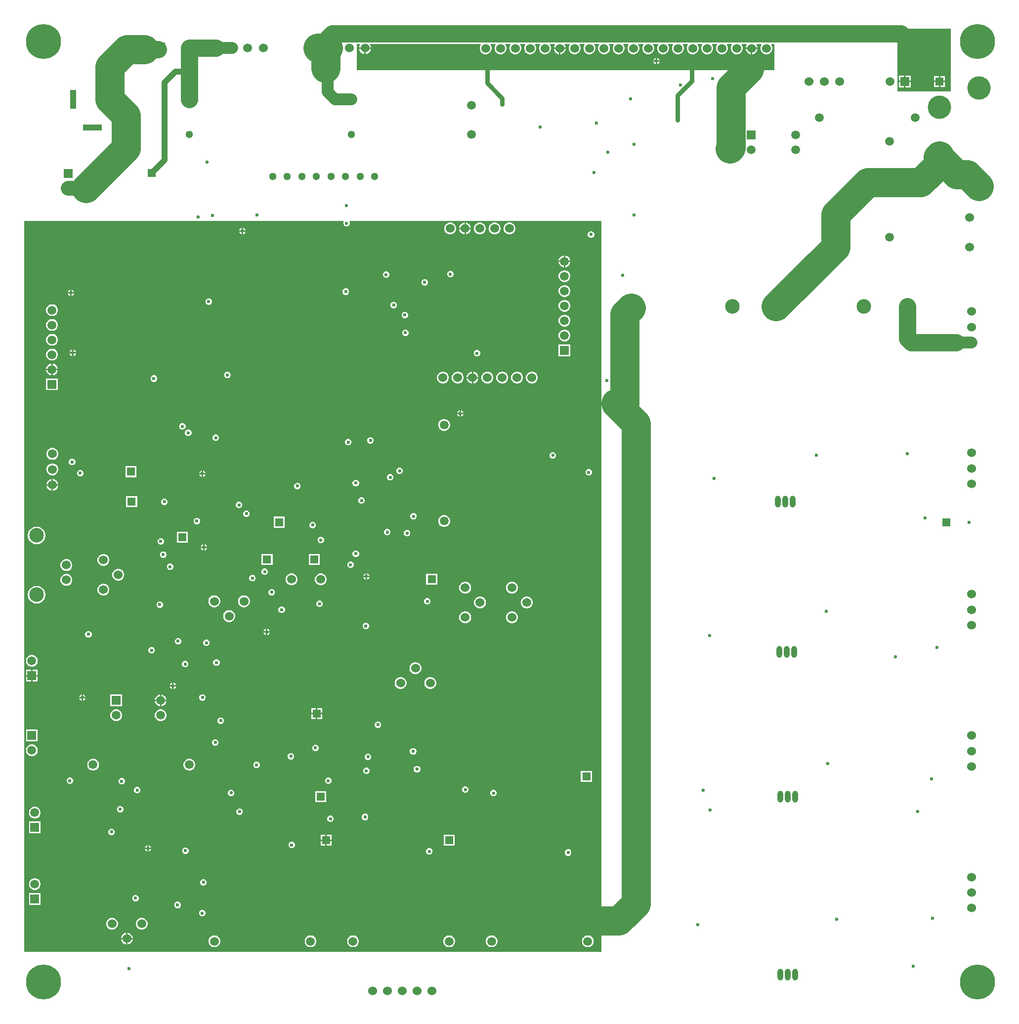
<source format=gbl>
G04*
G04 #@! TF.GenerationSoftware,Altium Limited,Altium Designer,21.6.1 (37)*
G04*
G04 Layer_Physical_Order=4*
G04 Layer_Color=16711680*
%FSLAX25Y25*%
%MOIN*%
G70*
G04*
G04 #@! TF.SameCoordinates,2CCEC8D5-DFE6-49CD-9DF0-9BB73A36F05B*
G04*
G04*
G04 #@! TF.FilePolarity,Positive*
G04*
G01*
G75*
%ADD87C,0.11811*%
%ADD88C,0.02953*%
%ADD89C,0.07874*%
%ADD90C,0.03937*%
%ADD92C,0.19685*%
%ADD93C,0.09843*%
%ADD94C,0.23622*%
%ADD95C,0.15748*%
%ADD96C,0.06000*%
%ADD97C,0.05118*%
%ADD98C,0.09843*%
%ADD99C,0.05906*%
%ADD100R,0.12598X0.03937*%
%ADD101R,0.04724X0.14567*%
%ADD102R,0.03937X0.12598*%
%ADD103R,0.05394X0.05394*%
%ADD104R,0.05906X0.05906*%
%ADD105R,0.05906X0.05906*%
%ADD106O,0.03937X0.07874*%
%ADD107O,0.03937X0.07874*%
%ADD108R,0.07284X0.07284*%
%ADD109C,0.07284*%
%ADD110C,0.02362*%
G36*
X396063Y532677D02*
Y40157D01*
X6693D01*
Y533071D01*
X221853D01*
X222100Y532571D01*
X221835Y531930D01*
Y531062D01*
X222167Y530261D01*
X222780Y529647D01*
X223582Y529315D01*
X224450D01*
X225251Y529647D01*
X225865Y530261D01*
X226197Y531062D01*
Y531930D01*
X225931Y532571D01*
X226179Y533071D01*
X395669D01*
X396063Y532677D01*
D02*
G37*
G36*
X512795Y634842D02*
X231102D01*
Y652573D01*
X233153D01*
X233344Y652111D01*
X233295Y652062D01*
X232769Y651150D01*
X232496Y650133D01*
Y650106D01*
X240496D01*
Y650133D01*
X240224Y651150D01*
X239697Y652062D01*
X239648Y652111D01*
X239840Y652573D01*
X314601D01*
X314793Y652111D01*
X314724Y652042D01*
X314197Y651130D01*
X313925Y650113D01*
Y649060D01*
X314197Y648042D01*
X314724Y647130D01*
X315469Y646386D01*
X316381Y645859D01*
X317398Y645586D01*
X318451D01*
X319469Y645859D01*
X320381Y646386D01*
X321126Y647130D01*
X321652Y648042D01*
X321925Y649060D01*
Y650113D01*
X321652Y651130D01*
X321126Y652042D01*
X321057Y652111D01*
X321249Y652573D01*
X324601D01*
X324793Y652111D01*
X324724Y652042D01*
X324198Y651130D01*
X323925Y650113D01*
Y649060D01*
X324198Y648042D01*
X324724Y647130D01*
X325469Y646386D01*
X326381Y645859D01*
X327398Y645586D01*
X328451D01*
X329469Y645859D01*
X330381Y646386D01*
X331126Y647130D01*
X331652Y648042D01*
X331925Y649060D01*
Y650113D01*
X331652Y651130D01*
X331126Y652042D01*
X331057Y652111D01*
X331249Y652573D01*
X334601D01*
X334793Y652111D01*
X334724Y652042D01*
X334197Y651130D01*
X333925Y650113D01*
Y649060D01*
X334197Y648042D01*
X334724Y647130D01*
X335469Y646386D01*
X336381Y645859D01*
X337398Y645586D01*
X338452D01*
X339469Y645859D01*
X340381Y646386D01*
X341126Y647130D01*
X341652Y648042D01*
X341925Y649060D01*
Y650113D01*
X341652Y651130D01*
X341126Y652042D01*
X341057Y652111D01*
X341249Y652573D01*
X344601D01*
X344793Y652111D01*
X344724Y652042D01*
X344198Y651130D01*
X343925Y650113D01*
Y649060D01*
X344198Y648042D01*
X344724Y647130D01*
X345469Y646386D01*
X346381Y645859D01*
X347398Y645586D01*
X348451D01*
X349469Y645859D01*
X350381Y646386D01*
X351126Y647130D01*
X351652Y648042D01*
X351925Y649060D01*
Y650113D01*
X351652Y651130D01*
X351126Y652042D01*
X351057Y652111D01*
X351249Y652573D01*
X354601D01*
X354793Y652111D01*
X354724Y652042D01*
X354198Y651130D01*
X353925Y650113D01*
Y649060D01*
X354198Y648042D01*
X354724Y647130D01*
X355469Y646386D01*
X356381Y645859D01*
X357398Y645586D01*
X358452D01*
X359469Y645859D01*
X360381Y646386D01*
X361126Y647130D01*
X361652Y648042D01*
X361925Y649060D01*
Y650113D01*
X361652Y651130D01*
X361126Y652042D01*
X361057Y652111D01*
X361249Y652573D01*
X364601D01*
X364793Y652111D01*
X364724Y652042D01*
X364197Y651130D01*
X363925Y650113D01*
Y650086D01*
X367925D01*
Y649586D01*
D01*
Y650086D01*
X371925D01*
Y650113D01*
X371652Y651130D01*
X371126Y652042D01*
X371057Y652111D01*
X371249Y652573D01*
X374601D01*
X374793Y652111D01*
X374724Y652042D01*
X374198Y651130D01*
X373925Y650113D01*
Y649060D01*
X374198Y648042D01*
X374724Y647130D01*
X375469Y646386D01*
X376381Y645859D01*
X377398Y645586D01*
X378451D01*
X379469Y645859D01*
X380381Y646386D01*
X381126Y647130D01*
X381652Y648042D01*
X381925Y649060D01*
Y650113D01*
X381652Y651130D01*
X381126Y652042D01*
X381057Y652111D01*
X381249Y652573D01*
X384601D01*
X384793Y652111D01*
X384724Y652042D01*
X384197Y651130D01*
X383925Y650113D01*
Y649060D01*
X384197Y648042D01*
X384724Y647130D01*
X385469Y646386D01*
X386381Y645859D01*
X387398Y645586D01*
X388452D01*
X389469Y645859D01*
X390381Y646386D01*
X391126Y647130D01*
X391652Y648042D01*
X391925Y649060D01*
Y650113D01*
X391652Y651130D01*
X391126Y652042D01*
X391057Y652111D01*
X391249Y652573D01*
X394444D01*
X394635Y652111D01*
X394567Y652042D01*
X394040Y651130D01*
X393767Y650113D01*
Y649060D01*
X394040Y648042D01*
X394567Y647130D01*
X395311Y646386D01*
X396223Y645859D01*
X397241Y645586D01*
X398294D01*
X399311Y645859D01*
X400223Y646386D01*
X400968Y647130D01*
X401495Y648042D01*
X401767Y649060D01*
Y650113D01*
X401495Y651130D01*
X400968Y652042D01*
X400900Y652111D01*
X401091Y652573D01*
X404286D01*
X404478Y652111D01*
X404409Y652042D01*
X403883Y651130D01*
X403610Y650113D01*
Y649060D01*
X403883Y648042D01*
X404409Y647130D01*
X405154Y646386D01*
X406066Y645859D01*
X407083Y645586D01*
X408137D01*
X409154Y645859D01*
X410066Y646386D01*
X410811Y647130D01*
X411337Y648042D01*
X411610Y649060D01*
Y650113D01*
X411337Y651130D01*
X410811Y652042D01*
X410742Y652111D01*
X410934Y652573D01*
X414286D01*
X414478Y652111D01*
X414409Y652042D01*
X413882Y651130D01*
X413610Y650113D01*
Y649060D01*
X413882Y648042D01*
X414409Y647130D01*
X415154Y646386D01*
X416066Y645859D01*
X417083Y645586D01*
X418137D01*
X419154Y645859D01*
X420066Y646386D01*
X420811Y647130D01*
X421337Y648042D01*
X421610Y649060D01*
Y650113D01*
X421337Y651130D01*
X420811Y652042D01*
X420742Y652111D01*
X420934Y652573D01*
X424286D01*
X424478Y652111D01*
X424409Y652042D01*
X423882Y651130D01*
X423610Y650113D01*
Y649060D01*
X423882Y648042D01*
X424409Y647130D01*
X425154Y646386D01*
X426066Y645859D01*
X427083Y645586D01*
X428137D01*
X429154Y645859D01*
X430066Y646386D01*
X430811Y647130D01*
X431337Y648042D01*
X431610Y649060D01*
Y650113D01*
X431337Y651130D01*
X430811Y652042D01*
X430742Y652111D01*
X430934Y652573D01*
X434286D01*
X434478Y652111D01*
X434409Y652042D01*
X433883Y651130D01*
X433610Y650113D01*
Y649060D01*
X433883Y648042D01*
X434409Y647130D01*
X435154Y646386D01*
X436066Y645859D01*
X437083Y645586D01*
X438137D01*
X439154Y645859D01*
X440066Y646386D01*
X440811Y647130D01*
X441337Y648042D01*
X441610Y649060D01*
Y650113D01*
X441337Y651130D01*
X440811Y652042D01*
X440742Y652111D01*
X440934Y652573D01*
X444286D01*
X444478Y652111D01*
X444409Y652042D01*
X443883Y651130D01*
X443610Y650113D01*
Y649060D01*
X443883Y648042D01*
X444409Y647130D01*
X445154Y646386D01*
X446066Y645859D01*
X447083Y645586D01*
X448137D01*
X449154Y645859D01*
X450066Y646386D01*
X450811Y647130D01*
X451337Y648042D01*
X451610Y649060D01*
Y650113D01*
X451337Y651130D01*
X450811Y652042D01*
X450742Y652111D01*
X450934Y652573D01*
X454286D01*
X454478Y652111D01*
X454409Y652042D01*
X453883Y651130D01*
X453610Y650113D01*
Y649060D01*
X453883Y648042D01*
X454409Y647130D01*
X455154Y646386D01*
X456066Y645859D01*
X457083Y645586D01*
X458137D01*
X459154Y645859D01*
X460066Y646386D01*
X460811Y647130D01*
X461337Y648042D01*
X461610Y649060D01*
Y650113D01*
X461337Y651130D01*
X460811Y652042D01*
X460742Y652111D01*
X460934Y652573D01*
X463971D01*
X464163Y652111D01*
X464094Y652042D01*
X463568Y651130D01*
X463295Y650113D01*
Y649060D01*
X463568Y648042D01*
X464094Y647130D01*
X464839Y646386D01*
X465751Y645859D01*
X466768Y645586D01*
X467822D01*
X468839Y645859D01*
X469751Y646386D01*
X470496Y647130D01*
X471022Y648042D01*
X471295Y649060D01*
Y650113D01*
X471022Y651130D01*
X470496Y652042D01*
X470427Y652111D01*
X470619Y652573D01*
X473971D01*
X474163Y652111D01*
X474094Y652042D01*
X473568Y651130D01*
X473295Y650113D01*
Y649060D01*
X473568Y648042D01*
X474094Y647130D01*
X474839Y646386D01*
X475751Y645859D01*
X476768Y645586D01*
X477822D01*
X478839Y645859D01*
X479751Y646386D01*
X480496Y647130D01*
X481022Y648042D01*
X481295Y649060D01*
Y650113D01*
X481022Y651130D01*
X480496Y652042D01*
X480427Y652111D01*
X480619Y652573D01*
X483971D01*
X484163Y652111D01*
X484094Y652042D01*
X483568Y651130D01*
X483295Y650113D01*
Y649060D01*
X483568Y648042D01*
X484094Y647130D01*
X484839Y646386D01*
X485751Y645859D01*
X486768Y645586D01*
X487822D01*
X488839Y645859D01*
X489751Y646386D01*
X490496Y647130D01*
X491022Y648042D01*
X491295Y649060D01*
Y650113D01*
X491022Y651130D01*
X490496Y652042D01*
X490427Y652111D01*
X490619Y652573D01*
X493971D01*
X494163Y652111D01*
X494094Y652042D01*
X493568Y651130D01*
X493295Y650113D01*
Y650086D01*
X497295D01*
X501295D01*
Y650113D01*
X501022Y651130D01*
X500496Y652042D01*
X500427Y652111D01*
X500619Y652573D01*
X503971D01*
X504163Y652111D01*
X504094Y652042D01*
X503568Y651130D01*
X503295Y650113D01*
Y649060D01*
X503568Y648042D01*
X504094Y647130D01*
X504839Y646386D01*
X505751Y645859D01*
X506768Y645586D01*
X507822D01*
X508839Y645859D01*
X509751Y646386D01*
X510496Y647130D01*
X511022Y648042D01*
X511295Y649060D01*
Y650113D01*
X511022Y651130D01*
X510496Y652042D01*
X510427Y652111D01*
X510619Y652573D01*
X512795D01*
Y634842D01*
D02*
G37*
G36*
X631496Y620472D02*
X595669D01*
Y662598D01*
X631496D01*
Y620472D01*
D02*
G37*
%LPC*%
G36*
X304527Y532000D02*
X304500D01*
Y528500D01*
X308000D01*
Y528527D01*
X307727Y529544D01*
X307201Y530456D01*
X306456Y531201D01*
X305544Y531727D01*
X304527Y532000D01*
D02*
G37*
G36*
X303500D02*
X303473D01*
X302456Y531727D01*
X301544Y531201D01*
X300799Y530456D01*
X300273Y529544D01*
X300000Y528527D01*
Y528500D01*
X303500D01*
Y532000D01*
D02*
G37*
G36*
X154437Y528532D02*
Y526878D01*
X156091D01*
X155786Y527613D01*
X155173Y528227D01*
X154437Y528532D01*
D02*
G37*
G36*
X153437D02*
X152701Y528227D01*
X152088Y527613D01*
X151783Y526878D01*
X153437D01*
Y528532D01*
D02*
G37*
G36*
X156091Y525878D02*
X154437D01*
Y524224D01*
X155173Y524529D01*
X155786Y525142D01*
X156091Y525878D01*
D02*
G37*
G36*
X153437D02*
X151783D01*
X152088Y525142D01*
X152701Y524529D01*
X153437Y524224D01*
Y525878D01*
D02*
G37*
G36*
X334527Y532000D02*
X333473D01*
X332456Y531727D01*
X331544Y531201D01*
X330799Y530456D01*
X330273Y529544D01*
X330000Y528527D01*
Y527473D01*
X330273Y526456D01*
X330799Y525544D01*
X331544Y524799D01*
X332456Y524273D01*
X333473Y524000D01*
X334527D01*
X335544Y524273D01*
X336456Y524799D01*
X337201Y525544D01*
X337727Y526456D01*
X338000Y527473D01*
Y528527D01*
X337727Y529544D01*
X337201Y530456D01*
X336456Y531201D01*
X335544Y531727D01*
X334527Y532000D01*
D02*
G37*
G36*
X324527D02*
X323473D01*
X322456Y531727D01*
X321544Y531201D01*
X320799Y530456D01*
X320273Y529544D01*
X320000Y528527D01*
Y527473D01*
X320273Y526456D01*
X320799Y525544D01*
X321544Y524799D01*
X322456Y524273D01*
X323473Y524000D01*
X324527D01*
X325544Y524273D01*
X326456Y524799D01*
X327201Y525544D01*
X327727Y526456D01*
X328000Y527473D01*
Y528527D01*
X327727Y529544D01*
X327201Y530456D01*
X326456Y531201D01*
X325544Y531727D01*
X324527Y532000D01*
D02*
G37*
G36*
X314527D02*
X313473D01*
X312456Y531727D01*
X311544Y531201D01*
X310799Y530456D01*
X310273Y529544D01*
X310000Y528527D01*
Y527473D01*
X310273Y526456D01*
X310799Y525544D01*
X311544Y524799D01*
X312456Y524273D01*
X313473Y524000D01*
X314527D01*
X315544Y524273D01*
X316456Y524799D01*
X317201Y525544D01*
X317727Y526456D01*
X318000Y527473D01*
Y528527D01*
X317727Y529544D01*
X317201Y530456D01*
X316456Y531201D01*
X315544Y531727D01*
X314527Y532000D01*
D02*
G37*
G36*
X308000Y527500D02*
X304500D01*
Y524000D01*
X304527D01*
X305544Y524273D01*
X306456Y524799D01*
X307201Y525544D01*
X307727Y526456D01*
X308000Y527473D01*
Y527500D01*
D02*
G37*
G36*
X303500D02*
X300000D01*
Y527473D01*
X300273Y526456D01*
X300799Y525544D01*
X301544Y524799D01*
X302456Y524273D01*
X303473Y524000D01*
X303500D01*
Y527500D01*
D02*
G37*
G36*
X294527Y532000D02*
X293473D01*
X292456Y531727D01*
X291544Y531201D01*
X290799Y530456D01*
X290273Y529544D01*
X290000Y528527D01*
Y527473D01*
X290273Y526456D01*
X290799Y525544D01*
X291544Y524799D01*
X292456Y524273D01*
X293473Y524000D01*
X294527D01*
X295544Y524273D01*
X296456Y524799D01*
X297201Y525544D01*
X297727Y526456D01*
X298000Y527473D01*
Y528527D01*
X297727Y529544D01*
X297201Y530456D01*
X296456Y531201D01*
X295544Y531727D01*
X294527Y532000D01*
D02*
G37*
G36*
X389410Y526197D02*
X388543D01*
X387741Y525865D01*
X387127Y525251D01*
X386795Y524450D01*
Y523582D01*
X387127Y522780D01*
X387741Y522167D01*
X388543Y521835D01*
X389410D01*
X390212Y522167D01*
X390825Y522780D01*
X391158Y523582D01*
Y524450D01*
X390825Y525251D01*
X390212Y525865D01*
X389410Y526197D01*
D02*
G37*
G36*
X371584Y509819D02*
X371563D01*
Y506366D01*
X375016D01*
Y506387D01*
X374746Y507392D01*
X374226Y508293D01*
X373490Y509029D01*
X372589Y509550D01*
X371584Y509819D01*
D02*
G37*
G36*
X370563D02*
X370543D01*
X369537Y509550D01*
X368636Y509029D01*
X367900Y508293D01*
X367380Y507392D01*
X367110Y506387D01*
Y506366D01*
X370563D01*
Y509819D01*
D02*
G37*
G36*
X375016Y505366D02*
X371563D01*
Y501913D01*
X371584D01*
X372589Y502183D01*
X373490Y502703D01*
X374226Y503439D01*
X374746Y504341D01*
X375016Y505346D01*
Y505366D01*
D02*
G37*
G36*
X370563D02*
X367110D01*
Y505346D01*
X367380Y504341D01*
X367900Y503439D01*
X368636Y502703D01*
X369537Y502183D01*
X370543Y501913D01*
X370563D01*
Y505366D01*
D02*
G37*
G36*
X294528Y499425D02*
X293661D01*
X292859Y499093D01*
X292245Y498480D01*
X291913Y497678D01*
Y496810D01*
X292245Y496009D01*
X292859Y495395D01*
X293661Y495063D01*
X294528D01*
X295330Y495395D01*
X295943Y496009D01*
X296276Y496810D01*
Y497678D01*
X295943Y498480D01*
X295330Y499093D01*
X294528Y499425D01*
D02*
G37*
G36*
X251221Y499031D02*
X250354D01*
X249552Y498699D01*
X248938Y498086D01*
X248606Y497284D01*
Y496417D01*
X248938Y495615D01*
X249552Y495001D01*
X250354Y494669D01*
X251221D01*
X252023Y495001D01*
X252637Y495615D01*
X252969Y496417D01*
Y497284D01*
X252637Y498086D01*
X252023Y498699D01*
X251221Y499031D01*
D02*
G37*
G36*
X371584Y499819D02*
X370543D01*
X369537Y499549D01*
X368636Y499029D01*
X367900Y498293D01*
X367380Y497392D01*
X367110Y496387D01*
Y495346D01*
X367380Y494341D01*
X367900Y493439D01*
X368636Y492703D01*
X369537Y492183D01*
X370543Y491913D01*
X371584D01*
X372589Y492183D01*
X373490Y492703D01*
X374226Y493439D01*
X374746Y494341D01*
X375016Y495346D01*
Y496387D01*
X374746Y497392D01*
X374226Y498293D01*
X373490Y499029D01*
X372589Y499549D01*
X371584Y499819D01*
D02*
G37*
G36*
X277205Y493913D02*
X276338D01*
X275536Y493581D01*
X274923Y492968D01*
X274590Y492166D01*
Y491298D01*
X274923Y490497D01*
X275536Y489883D01*
X276338Y489551D01*
X277205D01*
X278007Y489883D01*
X278621Y490497D01*
X278953Y491298D01*
Y492166D01*
X278621Y492968D01*
X278007Y493581D01*
X277205Y493913D01*
D02*
G37*
G36*
X38689Y486799D02*
Y485146D01*
X40343D01*
X40038Y485881D01*
X39424Y486495D01*
X38689Y486799D01*
D02*
G37*
G36*
X37689D02*
X36953Y486495D01*
X36340Y485881D01*
X36035Y485146D01*
X37689D01*
Y486799D01*
D02*
G37*
G36*
X224056Y487614D02*
X223188D01*
X222387Y487282D01*
X221773Y486669D01*
X221441Y485867D01*
Y484999D01*
X221773Y484198D01*
X222387Y483584D01*
X223188Y483252D01*
X224056D01*
X224857Y483584D01*
X225471Y484198D01*
X225803Y484999D01*
Y485867D01*
X225471Y486669D01*
X224857Y487282D01*
X224056Y487614D01*
D02*
G37*
G36*
X40343Y484146D02*
X38689D01*
Y482492D01*
X39424Y482797D01*
X40038Y483410D01*
X40343Y484146D01*
D02*
G37*
G36*
X37689D02*
X36035D01*
X36340Y483410D01*
X36953Y482797D01*
X37689Y482492D01*
Y484146D01*
D02*
G37*
G36*
X371584Y489819D02*
X370543D01*
X369537Y489549D01*
X368636Y489029D01*
X367900Y488293D01*
X367380Y487392D01*
X367110Y486387D01*
Y485346D01*
X367380Y484340D01*
X367900Y483439D01*
X368636Y482703D01*
X369537Y482183D01*
X370543Y481913D01*
X371584D01*
X372589Y482183D01*
X373490Y482703D01*
X374226Y483439D01*
X374746Y484340D01*
X375016Y485346D01*
Y486387D01*
X374746Y487392D01*
X374226Y488293D01*
X373490Y489029D01*
X372589Y489549D01*
X371584Y489819D01*
D02*
G37*
G36*
X131536Y480921D02*
X130668D01*
X129867Y480589D01*
X129253Y479976D01*
X128921Y479174D01*
Y478306D01*
X129253Y477505D01*
X129867Y476891D01*
X130668Y476559D01*
X131536D01*
X132338Y476891D01*
X132951Y477505D01*
X133283Y478306D01*
Y479174D01*
X132951Y479976D01*
X132338Y480589D01*
X131536Y480921D01*
D02*
G37*
G36*
X256339Y478559D02*
X255472D01*
X254670Y478227D01*
X254057Y477613D01*
X253724Y476812D01*
Y475944D01*
X254057Y475142D01*
X254670Y474529D01*
X255472Y474197D01*
X256339D01*
X257141Y474529D01*
X257755Y475142D01*
X258087Y475944D01*
Y476812D01*
X257755Y477613D01*
X257141Y478227D01*
X256339Y478559D01*
D02*
G37*
G36*
X371584Y479819D02*
X370543D01*
X369537Y479550D01*
X368636Y479029D01*
X367900Y478293D01*
X367380Y477392D01*
X367110Y476387D01*
Y475346D01*
X367380Y474340D01*
X367900Y473439D01*
X368636Y472703D01*
X369537Y472183D01*
X370543Y471913D01*
X371584D01*
X372589Y472183D01*
X373490Y472703D01*
X374226Y473439D01*
X374746Y474340D01*
X375016Y475346D01*
Y476387D01*
X374746Y477392D01*
X374226Y478293D01*
X373490Y479029D01*
X372589Y479550D01*
X371584Y479819D01*
D02*
G37*
G36*
X25917Y476866D02*
X24877D01*
X23871Y476597D01*
X22970Y476076D01*
X22234Y475340D01*
X21713Y474439D01*
X21444Y473434D01*
Y472393D01*
X21713Y471388D01*
X22234Y470486D01*
X22970Y469750D01*
X23871Y469230D01*
X24877Y468961D01*
X25917D01*
X26923Y469230D01*
X27824Y469750D01*
X28560Y470486D01*
X29080Y471388D01*
X29350Y472393D01*
Y473434D01*
X29080Y474439D01*
X28560Y475340D01*
X27824Y476076D01*
X26923Y476597D01*
X25917Y476866D01*
D02*
G37*
G36*
X263820Y471866D02*
X262952D01*
X262150Y471534D01*
X261537Y470921D01*
X261205Y470119D01*
Y469251D01*
X261537Y468449D01*
X262150Y467836D01*
X262952Y467504D01*
X263820D01*
X264621Y467836D01*
X265235Y468449D01*
X265567Y469251D01*
Y470119D01*
X265235Y470921D01*
X264621Y471534D01*
X263820Y471866D01*
D02*
G37*
G36*
X371584Y469819D02*
X370543D01*
X369537Y469550D01*
X368636Y469029D01*
X367900Y468293D01*
X367380Y467392D01*
X367110Y466387D01*
Y465346D01*
X367380Y464340D01*
X367900Y463439D01*
X368636Y462703D01*
X369537Y462183D01*
X370543Y461913D01*
X371584D01*
X372589Y462183D01*
X373490Y462703D01*
X374226Y463439D01*
X374746Y464340D01*
X375016Y465346D01*
Y466387D01*
X374746Y467392D01*
X374226Y468293D01*
X373490Y469029D01*
X372589Y469550D01*
X371584Y469819D01*
D02*
G37*
G36*
X25917Y466866D02*
X24877D01*
X23871Y466597D01*
X22970Y466076D01*
X22234Y465340D01*
X21713Y464439D01*
X21444Y463434D01*
Y462393D01*
X21713Y461388D01*
X22234Y460486D01*
X22970Y459750D01*
X23871Y459230D01*
X24877Y458961D01*
X25917D01*
X26923Y459230D01*
X27824Y459750D01*
X28560Y460486D01*
X29080Y461388D01*
X29350Y462393D01*
Y463434D01*
X29080Y464439D01*
X28560Y465340D01*
X27824Y466076D01*
X26923Y466597D01*
X25917Y466866D01*
D02*
G37*
G36*
X264213Y459858D02*
X263346D01*
X262544Y459526D01*
X261930Y458913D01*
X261598Y458111D01*
Y457243D01*
X261930Y456442D01*
X262544Y455828D01*
X263346Y455496D01*
X264213D01*
X265015Y455828D01*
X265629Y456442D01*
X265961Y457243D01*
Y458111D01*
X265629Y458913D01*
X265015Y459526D01*
X264213Y459858D01*
D02*
G37*
G36*
X371584Y459819D02*
X370543D01*
X369537Y459550D01*
X368636Y459029D01*
X367900Y458293D01*
X367380Y457392D01*
X367110Y456387D01*
Y455346D01*
X367380Y454341D01*
X367900Y453439D01*
X368636Y452703D01*
X369537Y452183D01*
X370543Y451913D01*
X371584D01*
X372589Y452183D01*
X373490Y452703D01*
X374226Y453439D01*
X374746Y454341D01*
X375016Y455346D01*
Y456387D01*
X374746Y457392D01*
X374226Y458293D01*
X373490Y459029D01*
X372589Y459550D01*
X371584Y459819D01*
D02*
G37*
G36*
X25917Y456866D02*
X24877D01*
X23871Y456597D01*
X22970Y456076D01*
X22234Y455340D01*
X21713Y454439D01*
X21444Y453434D01*
Y452393D01*
X21713Y451388D01*
X22234Y450486D01*
X22970Y449750D01*
X23871Y449230D01*
X24877Y448961D01*
X25917D01*
X26923Y449230D01*
X27824Y449750D01*
X28560Y450486D01*
X29080Y451388D01*
X29350Y452393D01*
Y453434D01*
X29080Y454439D01*
X28560Y455340D01*
X27824Y456076D01*
X26923Y456597D01*
X25917Y456866D01*
D02*
G37*
G36*
X39870Y446248D02*
Y444594D01*
X41524D01*
X41219Y445330D01*
X40606Y445943D01*
X39870Y446248D01*
D02*
G37*
G36*
X38870D02*
X38135Y445943D01*
X37521Y445330D01*
X37216Y444594D01*
X38870D01*
Y446248D01*
D02*
G37*
G36*
X41524Y443595D02*
X39870D01*
Y441941D01*
X40606Y442245D01*
X41219Y442859D01*
X41524Y443595D01*
D02*
G37*
G36*
X38870D02*
X37216D01*
X37521Y442859D01*
X38135Y442245D01*
X38870Y441941D01*
Y443595D01*
D02*
G37*
G36*
X375016Y449819D02*
X367110D01*
Y441913D01*
X375016D01*
Y449819D01*
D02*
G37*
G36*
X312442Y446079D02*
X311574D01*
X310772Y445747D01*
X310159Y445133D01*
X309827Y444332D01*
Y443464D01*
X310159Y442662D01*
X310772Y442049D01*
X311574Y441716D01*
X312442D01*
X313243Y442049D01*
X313857Y442662D01*
X314189Y443464D01*
Y444332D01*
X313857Y445133D01*
X313243Y445747D01*
X312442Y446079D01*
D02*
G37*
G36*
X25917Y446866D02*
X24877D01*
X23871Y446597D01*
X22970Y446076D01*
X22234Y445340D01*
X21713Y444439D01*
X21444Y443434D01*
Y442393D01*
X21713Y441388D01*
X22234Y440486D01*
X22970Y439750D01*
X23871Y439230D01*
X24877Y438961D01*
X25917D01*
X26923Y439230D01*
X27824Y439750D01*
X28560Y440486D01*
X29080Y441388D01*
X29350Y442393D01*
Y443434D01*
X29080Y444439D01*
X28560Y445340D01*
X27824Y446076D01*
X26923Y446597D01*
X25917Y446866D01*
D02*
G37*
G36*
Y436866D02*
X25897D01*
Y433413D01*
X29350D01*
Y433434D01*
X29080Y434439D01*
X28560Y435340D01*
X27824Y436076D01*
X26923Y436597D01*
X25917Y436866D01*
D02*
G37*
G36*
X24897D02*
X24877D01*
X23871Y436597D01*
X22970Y436076D01*
X22234Y435340D01*
X21713Y434439D01*
X21444Y433434D01*
Y433413D01*
X24897D01*
Y436866D01*
D02*
G37*
G36*
X29350Y432413D02*
X25897D01*
Y428961D01*
X25917D01*
X26923Y429230D01*
X27824Y429750D01*
X28560Y430486D01*
X29080Y431388D01*
X29350Y432393D01*
Y432413D01*
D02*
G37*
G36*
X24897D02*
X21444D01*
Y432393D01*
X21713Y431388D01*
X22234Y430486D01*
X22970Y429750D01*
X23871Y429230D01*
X24877Y428961D01*
X24897D01*
Y432413D01*
D02*
G37*
G36*
X309605Y431402D02*
X309579D01*
Y427902D01*
X313079D01*
Y427928D01*
X312806Y428945D01*
X312280Y429858D01*
X311535Y430602D01*
X310623Y431129D01*
X309605Y431402D01*
D02*
G37*
G36*
X308579D02*
X308552D01*
X307535Y431129D01*
X306623Y430602D01*
X305878Y429858D01*
X305351Y428945D01*
X305079Y427928D01*
Y427902D01*
X308579D01*
Y431402D01*
D02*
G37*
G36*
X144135Y431315D02*
X143267D01*
X142465Y430983D01*
X141852Y430369D01*
X141520Y429568D01*
Y428700D01*
X141852Y427898D01*
X142465Y427285D01*
X143267Y426953D01*
X144135D01*
X144936Y427285D01*
X145550Y427898D01*
X145882Y428700D01*
Y429568D01*
X145550Y430369D01*
X144936Y430983D01*
X144135Y431315D01*
D02*
G37*
G36*
X94528Y428953D02*
X93661D01*
X92859Y428621D01*
X92245Y428007D01*
X91913Y427206D01*
Y426338D01*
X92245Y425536D01*
X92859Y424923D01*
X93661Y424590D01*
X94528D01*
X95330Y424923D01*
X95943Y425536D01*
X96276Y426338D01*
Y427206D01*
X95943Y428007D01*
X95330Y428621D01*
X94528Y428953D01*
D02*
G37*
G36*
X349605Y431402D02*
X348552D01*
X347535Y431129D01*
X346623Y430602D01*
X345878Y429858D01*
X345351Y428945D01*
X345079Y427928D01*
Y426875D01*
X345351Y425858D01*
X345878Y424945D01*
X346623Y424201D01*
X347535Y423674D01*
X348552Y423402D01*
X349605D01*
X350623Y423674D01*
X351535Y424201D01*
X352279Y424945D01*
X352806Y425858D01*
X353079Y426875D01*
Y427928D01*
X352806Y428945D01*
X352279Y429858D01*
X351535Y430602D01*
X350623Y431129D01*
X349605Y431402D01*
D02*
G37*
G36*
X339605D02*
X338552D01*
X337535Y431129D01*
X336623Y430602D01*
X335878Y429858D01*
X335351Y428945D01*
X335079Y427928D01*
Y426875D01*
X335351Y425858D01*
X335878Y424945D01*
X336623Y424201D01*
X337535Y423674D01*
X338552Y423402D01*
X339605D01*
X340623Y423674D01*
X341535Y424201D01*
X342280Y424945D01*
X342806Y425858D01*
X343079Y426875D01*
Y427928D01*
X342806Y428945D01*
X342280Y429858D01*
X341535Y430602D01*
X340623Y431129D01*
X339605Y431402D01*
D02*
G37*
G36*
X329605D02*
X328552D01*
X327535Y431129D01*
X326623Y430602D01*
X325878Y429858D01*
X325351Y428945D01*
X325079Y427928D01*
Y426875D01*
X325351Y425858D01*
X325878Y424945D01*
X326623Y424201D01*
X327535Y423674D01*
X328552Y423402D01*
X329605D01*
X330623Y423674D01*
X331535Y424201D01*
X332279Y424945D01*
X332806Y425858D01*
X333079Y426875D01*
Y427928D01*
X332806Y428945D01*
X332279Y429858D01*
X331535Y430602D01*
X330623Y431129D01*
X329605Y431402D01*
D02*
G37*
G36*
X319605D02*
X318552D01*
X317535Y431129D01*
X316623Y430602D01*
X315878Y429858D01*
X315351Y428945D01*
X315079Y427928D01*
Y426875D01*
X315351Y425858D01*
X315878Y424945D01*
X316623Y424201D01*
X317535Y423674D01*
X318552Y423402D01*
X319605D01*
X320623Y423674D01*
X321535Y424201D01*
X322280Y424945D01*
X322806Y425858D01*
X323079Y426875D01*
Y427928D01*
X322806Y428945D01*
X322280Y429858D01*
X321535Y430602D01*
X320623Y431129D01*
X319605Y431402D01*
D02*
G37*
G36*
X313079Y426902D02*
X309579D01*
Y423402D01*
X309605D01*
X310623Y423674D01*
X311535Y424201D01*
X312280Y424945D01*
X312806Y425858D01*
X313079Y426875D01*
Y426902D01*
D02*
G37*
G36*
X308579D02*
X305079D01*
Y426875D01*
X305351Y425858D01*
X305878Y424945D01*
X306623Y424201D01*
X307535Y423674D01*
X308552Y423402D01*
X308579D01*
Y426902D01*
D02*
G37*
G36*
X299605Y431402D02*
X298552D01*
X297535Y431129D01*
X296623Y430602D01*
X295878Y429858D01*
X295351Y428945D01*
X295079Y427928D01*
Y426875D01*
X295351Y425858D01*
X295878Y424945D01*
X296623Y424201D01*
X297535Y423674D01*
X298552Y423402D01*
X299605D01*
X300623Y423674D01*
X301535Y424201D01*
X302279Y424945D01*
X302806Y425858D01*
X303079Y426875D01*
Y427928D01*
X302806Y428945D01*
X302279Y429858D01*
X301535Y430602D01*
X300623Y431129D01*
X299605Y431402D01*
D02*
G37*
G36*
X289605Y431400D02*
X288552D01*
X287535Y431127D01*
X286623Y430601D01*
X285878Y429856D01*
X285351Y428944D01*
X285079Y427927D01*
Y426873D01*
X285351Y425856D01*
X285878Y424944D01*
X286623Y424199D01*
X287535Y423673D01*
X288552Y423400D01*
X289605D01*
X290623Y423673D01*
X291535Y424199D01*
X292280Y424944D01*
X292806Y425856D01*
X293079Y426873D01*
Y427927D01*
X292806Y428944D01*
X292280Y429856D01*
X291535Y430601D01*
X290623Y431127D01*
X289605Y431400D01*
D02*
G37*
G36*
X29350Y426866D02*
X21444D01*
Y418961D01*
X29350D01*
Y426866D01*
D02*
G37*
G36*
X301287Y405303D02*
Y403650D01*
X302941D01*
X302637Y404385D01*
X302023Y404999D01*
X301287Y405303D01*
D02*
G37*
G36*
X300287D02*
X299552Y404999D01*
X298938Y404385D01*
X298634Y403650D01*
X300287D01*
Y405303D01*
D02*
G37*
G36*
X302941Y402650D02*
X301287D01*
Y400996D01*
X302023Y401301D01*
X302637Y401914D01*
X302941Y402650D01*
D02*
G37*
G36*
X300287D02*
X298634D01*
X298938Y401914D01*
X299552Y401301D01*
X300287Y400996D01*
Y402650D01*
D02*
G37*
G36*
X113820Y396669D02*
X112952D01*
X112150Y396337D01*
X111537Y395724D01*
X111205Y394922D01*
Y394054D01*
X111537Y393253D01*
X112150Y392639D01*
X112952Y392307D01*
X113820D01*
X114621Y392639D01*
X115235Y393253D01*
X115567Y394054D01*
Y394922D01*
X115235Y395724D01*
X114621Y396337D01*
X113820Y396669D01*
D02*
G37*
G36*
X290402Y399465D02*
X289362D01*
X288356Y399195D01*
X287455Y398675D01*
X286719Y397939D01*
X286198Y397038D01*
X285929Y396032D01*
Y394991D01*
X286198Y393986D01*
X286719Y393085D01*
X287455Y392349D01*
X288356Y391828D01*
X289362Y391559D01*
X290402D01*
X291408Y391828D01*
X292309Y392349D01*
X293045Y393085D01*
X293565Y393986D01*
X293835Y394991D01*
Y396032D01*
X293565Y397038D01*
X293045Y397939D01*
X292309Y398675D01*
X291408Y399195D01*
X290402Y399465D01*
D02*
G37*
G36*
X117757Y392339D02*
X116889D01*
X116087Y392006D01*
X115474Y391393D01*
X115142Y390591D01*
Y389724D01*
X115474Y388922D01*
X116087Y388308D01*
X116889Y387976D01*
X117757D01*
X118558Y388308D01*
X119172Y388922D01*
X119504Y389724D01*
Y390591D01*
X119172Y391393D01*
X118558Y392006D01*
X117757Y392339D01*
D02*
G37*
G36*
X136261Y388992D02*
X135393D01*
X134591Y388660D01*
X133978Y388047D01*
X133646Y387245D01*
Y386377D01*
X133978Y385576D01*
X134591Y384962D01*
X135393Y384630D01*
X136261D01*
X137062Y384962D01*
X137676Y385576D01*
X138008Y386377D01*
Y387245D01*
X137676Y388047D01*
X137062Y388660D01*
X136261Y388992D01*
D02*
G37*
G36*
X240591Y387221D02*
X239724D01*
X238922Y386888D01*
X238308Y386275D01*
X237976Y385473D01*
Y384606D01*
X238308Y383804D01*
X238922Y383190D01*
X239724Y382858D01*
X240591D01*
X241393Y383190D01*
X242006Y383804D01*
X242339Y384606D01*
Y385473D01*
X242006Y386275D01*
X241393Y386888D01*
X240591Y387221D01*
D02*
G37*
G36*
X225631Y386039D02*
X224763D01*
X223961Y385707D01*
X223348Y385094D01*
X223016Y384292D01*
Y383424D01*
X223348Y382623D01*
X223961Y382009D01*
X224763Y381677D01*
X225631D01*
X226432Y382009D01*
X227046Y382623D01*
X227378Y383424D01*
Y384292D01*
X227046Y385094D01*
X226432Y385707D01*
X225631Y386039D01*
D02*
G37*
G36*
X363623Y377181D02*
X362755D01*
X361953Y376849D01*
X361340Y376236D01*
X361008Y375434D01*
Y374566D01*
X361340Y373764D01*
X361953Y373151D01*
X362755Y372819D01*
X363623D01*
X364424Y373151D01*
X365038Y373764D01*
X365370Y374566D01*
Y375434D01*
X365038Y376236D01*
X364424Y376849D01*
X363623Y377181D01*
D02*
G37*
G36*
X26170Y379984D02*
X25116D01*
X24099Y379712D01*
X23187Y379185D01*
X22442Y378440D01*
X21915Y377528D01*
X21643Y376511D01*
Y375458D01*
X21915Y374440D01*
X22442Y373528D01*
X23187Y372783D01*
X24099Y372257D01*
X25116Y371984D01*
X26170D01*
X27187Y372257D01*
X28099Y372783D01*
X28844Y373528D01*
X29370Y374440D01*
X29643Y375458D01*
Y376511D01*
X29370Y377528D01*
X28844Y378440D01*
X28099Y379185D01*
X27187Y379712D01*
X26170Y379984D01*
D02*
G37*
G36*
X39410Y372654D02*
X38543D01*
X37741Y372322D01*
X37127Y371708D01*
X36795Y370906D01*
Y370039D01*
X37127Y369237D01*
X37741Y368623D01*
X38543Y368291D01*
X39410D01*
X40212Y368623D01*
X40825Y369237D01*
X41157Y370039D01*
Y370906D01*
X40825Y371708D01*
X40212Y372322D01*
X39410Y372654D01*
D02*
G37*
G36*
X127272Y364752D02*
Y363098D01*
X128925D01*
X128621Y363834D01*
X128007Y364447D01*
X127272Y364752D01*
D02*
G37*
G36*
X126272D02*
X125536Y364447D01*
X124923Y363834D01*
X124618Y363098D01*
X126272D01*
Y364752D01*
D02*
G37*
G36*
X260276Y366748D02*
X259409D01*
X258607Y366416D01*
X257994Y365802D01*
X257661Y365001D01*
Y364133D01*
X257994Y363331D01*
X258607Y362718D01*
X259409Y362386D01*
X260276D01*
X261078Y362718D01*
X261692Y363331D01*
X262024Y364133D01*
Y365001D01*
X261692Y365802D01*
X261078Y366416D01*
X260276Y366748D01*
D02*
G37*
G36*
X26170Y369512D02*
X25116D01*
X24099Y369239D01*
X23187Y368713D01*
X22442Y367968D01*
X21915Y367056D01*
X21643Y366038D01*
Y364985D01*
X21915Y363968D01*
X22442Y363056D01*
X23187Y362311D01*
X24099Y361784D01*
X25116Y361512D01*
X26170D01*
X27187Y361784D01*
X28099Y362311D01*
X28844Y363056D01*
X29370Y363968D01*
X29643Y364985D01*
Y366038D01*
X29370Y367056D01*
X28844Y367968D01*
X28099Y368713D01*
X27187Y369239D01*
X26170Y369512D01*
D02*
G37*
G36*
X387872Y365737D02*
X387004D01*
X386203Y365404D01*
X385589Y364791D01*
X385257Y363989D01*
Y363122D01*
X385589Y362320D01*
X386203Y361706D01*
X387004Y361374D01*
X387872D01*
X388673Y361706D01*
X389287Y362320D01*
X389619Y363122D01*
Y363989D01*
X389287Y364791D01*
X388673Y365404D01*
X387872Y365737D01*
D02*
G37*
G36*
X44922Y365173D02*
X44054D01*
X43253Y364841D01*
X42639Y364228D01*
X42307Y363426D01*
Y362558D01*
X42639Y361757D01*
X43253Y361143D01*
X44054Y360811D01*
X44922D01*
X45724Y361143D01*
X46337Y361757D01*
X46669Y362558D01*
Y363426D01*
X46337Y364228D01*
X45724Y364841D01*
X44922Y365173D01*
D02*
G37*
G36*
X128925Y362098D02*
X127272D01*
Y360445D01*
X128007Y360749D01*
X128621Y361363D01*
X128925Y362098D01*
D02*
G37*
G36*
X126272D02*
X124618D01*
X124923Y361363D01*
X125536Y360749D01*
X126272Y360445D01*
Y362098D01*
D02*
G37*
G36*
X82283Y367643D02*
X74889D01*
Y360249D01*
X82283D01*
Y367643D01*
D02*
G37*
G36*
X253977Y362417D02*
X253110D01*
X252308Y362085D01*
X251694Y361472D01*
X251362Y360670D01*
Y359802D01*
X251694Y359001D01*
X252308Y358387D01*
X253110Y358055D01*
X253977D01*
X254779Y358387D01*
X255392Y359001D01*
X255724Y359802D01*
Y360670D01*
X255392Y361472D01*
X254779Y362085D01*
X253977Y362417D01*
D02*
G37*
G36*
X26170Y359039D02*
X26143D01*
Y355539D01*
X29643D01*
Y355566D01*
X29370Y356583D01*
X28844Y357495D01*
X28099Y358240D01*
X27187Y358767D01*
X26170Y359039D01*
D02*
G37*
G36*
X25143D02*
X25116D01*
X24099Y358767D01*
X23187Y358240D01*
X22442Y357495D01*
X21915Y356583D01*
X21643Y355566D01*
Y355539D01*
X25143D01*
Y359039D01*
D02*
G37*
G36*
X230749Y358480D02*
X229881D01*
X229080Y358148D01*
X228466Y357535D01*
X228134Y356733D01*
Y355865D01*
X228466Y355064D01*
X229080Y354450D01*
X229881Y354118D01*
X230749D01*
X231551Y354450D01*
X232164Y355064D01*
X232496Y355865D01*
Y356733D01*
X232164Y357535D01*
X231551Y358148D01*
X230749Y358480D01*
D02*
G37*
G36*
X191379Y356512D02*
X190511D01*
X189709Y356180D01*
X189096Y355566D01*
X188764Y354765D01*
Y353897D01*
X189096Y353095D01*
X189709Y352482D01*
X190511Y352150D01*
X191379D01*
X192180Y352482D01*
X192794Y353095D01*
X193126Y353897D01*
Y354765D01*
X192794Y355566D01*
X192180Y356180D01*
X191379Y356512D01*
D02*
G37*
G36*
X29643Y354539D02*
X26143D01*
Y351039D01*
X26170D01*
X27187Y351312D01*
X28099Y351839D01*
X28844Y352583D01*
X29370Y353495D01*
X29643Y354513D01*
Y354539D01*
D02*
G37*
G36*
X25143D02*
X21643D01*
Y354513D01*
X21915Y353495D01*
X22442Y352583D01*
X23187Y351839D01*
X24099Y351312D01*
X25116Y351039D01*
X25143D01*
Y354539D01*
D02*
G37*
G36*
X234686Y346669D02*
X233818D01*
X233016Y346337D01*
X232403Y345724D01*
X232071Y344922D01*
Y344054D01*
X232403Y343253D01*
X233016Y342639D01*
X233818Y342307D01*
X234686D01*
X235488Y342639D01*
X236101Y343253D01*
X236433Y344054D01*
Y344922D01*
X236101Y345724D01*
X235488Y346337D01*
X234686Y346669D01*
D02*
G37*
G36*
X101642Y345855D02*
X100774D01*
X99973Y345523D01*
X99359Y344909D01*
X99027Y344108D01*
Y343240D01*
X99359Y342438D01*
X99973Y341825D01*
X100774Y341493D01*
X101642D01*
X102444Y341825D01*
X103057Y342438D01*
X103389Y343240D01*
Y344108D01*
X103057Y344909D01*
X102444Y345523D01*
X101642Y345855D01*
D02*
G37*
G36*
X82831Y347398D02*
X75437D01*
Y340004D01*
X82831D01*
Y347398D01*
D02*
G37*
G36*
X152009Y343717D02*
X151141D01*
X150339Y343385D01*
X149726Y342771D01*
X149394Y341969D01*
Y341102D01*
X149726Y340300D01*
X150339Y339686D01*
X151141Y339354D01*
X152009D01*
X152810Y339686D01*
X153424Y340300D01*
X153756Y341102D01*
Y341969D01*
X153424Y342771D01*
X152810Y343385D01*
X152009Y343717D01*
D02*
G37*
G36*
X156930Y337811D02*
X156062D01*
X155261Y337479D01*
X154647Y336865D01*
X154315Y336064D01*
Y335196D01*
X154647Y334394D01*
X155261Y333781D01*
X156062Y333449D01*
X156930D01*
X157731Y333781D01*
X158345Y334394D01*
X158677Y335196D01*
Y336064D01*
X158345Y336865D01*
X157731Y337479D01*
X156930Y337811D01*
D02*
G37*
G36*
X269725Y336039D02*
X268858D01*
X268056Y335707D01*
X267442Y335094D01*
X267110Y334292D01*
Y333424D01*
X267442Y332623D01*
X268056Y332009D01*
X268858Y331677D01*
X269725D01*
X270527Y332009D01*
X271140Y332623D01*
X271472Y333424D01*
Y334292D01*
X271140Y335094D01*
X270527Y335707D01*
X269725Y336039D01*
D02*
G37*
G36*
X123465Y332890D02*
X122598D01*
X121796Y332558D01*
X121182Y331944D01*
X120850Y331142D01*
Y330275D01*
X121182Y329473D01*
X121796Y328860D01*
X122598Y328528D01*
X123465D01*
X124267Y328860D01*
X124881Y329473D01*
X125213Y330275D01*
Y331142D01*
X124881Y331944D01*
X124267Y332558D01*
X123465Y332890D01*
D02*
G37*
G36*
X290402Y334602D02*
X289362D01*
X288356Y334333D01*
X287455Y333812D01*
X286719Y333077D01*
X286198Y332175D01*
X285929Y331170D01*
Y330129D01*
X286198Y329124D01*
X286719Y328222D01*
X287455Y327486D01*
X288356Y326966D01*
X289362Y326697D01*
X290402D01*
X291408Y326966D01*
X292309Y327486D01*
X293045Y328222D01*
X293565Y329124D01*
X293835Y330129D01*
Y331170D01*
X293565Y332175D01*
X293045Y333077D01*
X292309Y333812D01*
X291408Y334333D01*
X290402Y334602D01*
D02*
G37*
G36*
X182437Y333618D02*
X175043D01*
Y326224D01*
X182437D01*
Y333618D01*
D02*
G37*
G36*
X201615Y330134D02*
X200747D01*
X199946Y329802D01*
X199332Y329188D01*
X199000Y328387D01*
Y327519D01*
X199332Y326717D01*
X199946Y326104D01*
X200747Y325772D01*
X201615D01*
X202417Y326104D01*
X203030Y326717D01*
X203362Y327519D01*
Y328387D01*
X203030Y329188D01*
X202417Y329802D01*
X201615Y330134D01*
D02*
G37*
G36*
X252009Y325410D02*
X251141D01*
X250339Y325077D01*
X249726Y324464D01*
X249394Y323662D01*
Y322795D01*
X249726Y321993D01*
X250339Y321379D01*
X251141Y321047D01*
X252009D01*
X252810Y321379D01*
X253424Y321993D01*
X253756Y322795D01*
Y323662D01*
X253424Y324464D01*
X252810Y325077D01*
X252009Y325410D01*
D02*
G37*
G36*
X265394Y324638D02*
X264527D01*
X263725Y324306D01*
X263112Y323692D01*
X262779Y322890D01*
Y322023D01*
X263112Y321221D01*
X263725Y320608D01*
X264527Y320276D01*
X265394D01*
X266196Y320608D01*
X266810Y321221D01*
X267142Y322023D01*
Y322890D01*
X266810Y323692D01*
X266196Y324306D01*
X265394Y324638D01*
D02*
G37*
G36*
X116886Y323579D02*
X109492D01*
Y316185D01*
X116886D01*
Y323579D01*
D02*
G37*
G36*
X207127Y320094D02*
X206259D01*
X205457Y319762D01*
X204844Y319149D01*
X204512Y318347D01*
Y317479D01*
X204844Y316678D01*
X205457Y316064D01*
X206259Y315732D01*
X207127D01*
X207928Y316064D01*
X208542Y316678D01*
X208874Y317479D01*
Y318347D01*
X208542Y319149D01*
X207928Y319762D01*
X207127Y320094D01*
D02*
G37*
G36*
X15623Y326866D02*
X14456D01*
X13312Y326639D01*
X12235Y326192D01*
X11265Y325544D01*
X10440Y324720D01*
X9792Y323750D01*
X9346Y322672D01*
X9118Y321528D01*
Y320362D01*
X9346Y319218D01*
X9792Y318140D01*
X10440Y317170D01*
X11265Y316346D01*
X12235Y315698D01*
X13312Y315251D01*
X14456Y315024D01*
X15623D01*
X16767Y315251D01*
X17844Y315698D01*
X18814Y316346D01*
X19639Y317170D01*
X20287Y318140D01*
X20733Y319218D01*
X20961Y320362D01*
Y321528D01*
X20733Y322672D01*
X20287Y323750D01*
X19639Y324720D01*
X18814Y325544D01*
X17844Y326192D01*
X16767Y326639D01*
X15623Y326866D01*
D02*
G37*
G36*
X99253Y319110D02*
X98385D01*
X97583Y318778D01*
X96970Y318165D01*
X96638Y317363D01*
Y316495D01*
X96970Y315694D01*
X97583Y315080D01*
X98385Y314748D01*
X99253D01*
X100054Y315080D01*
X100668Y315694D01*
X101000Y316495D01*
Y317363D01*
X100668Y318165D01*
X100054Y318778D01*
X99253Y319110D01*
D02*
G37*
G36*
X128453Y315146D02*
Y313492D01*
X130106D01*
X129802Y314228D01*
X129188Y314841D01*
X128453Y315146D01*
D02*
G37*
G36*
X127453D02*
X126717Y314841D01*
X126104Y314228D01*
X125799Y313492D01*
X127453D01*
Y315146D01*
D02*
G37*
G36*
X130106Y312492D02*
X128453D01*
Y310838D01*
X129188Y311143D01*
X129802Y311757D01*
X130106Y312492D01*
D02*
G37*
G36*
X127453D02*
X125799D01*
X126104Y311757D01*
X126717Y311143D01*
X127453Y310838D01*
Y312492D01*
D02*
G37*
G36*
X230749Y310842D02*
X229881D01*
X229080Y310510D01*
X228466Y309897D01*
X228134Y309095D01*
Y308228D01*
X228466Y307426D01*
X229080Y306812D01*
X229881Y306480D01*
X230749D01*
X231551Y306812D01*
X232164Y307426D01*
X232496Y308228D01*
Y309095D01*
X232164Y309897D01*
X231551Y310510D01*
X230749Y310842D01*
D02*
G37*
G36*
X100828Y310252D02*
X99960D01*
X99158Y309920D01*
X98545Y309306D01*
X98213Y308505D01*
Y307637D01*
X98545Y306835D01*
X99158Y306222D01*
X99960Y305890D01*
X100828D01*
X101629Y306222D01*
X102243Y306835D01*
X102575Y307637D01*
Y308505D01*
X102243Y309306D01*
X101629Y309920D01*
X100828Y310252D01*
D02*
G37*
G36*
X206059Y308421D02*
X198665D01*
Y301028D01*
X206059D01*
Y308421D01*
D02*
G37*
G36*
X174169D02*
X166776D01*
Y301028D01*
X174169D01*
Y308421D01*
D02*
G37*
G36*
X60566Y308449D02*
X59513D01*
X58495Y308176D01*
X57583Y307650D01*
X56839Y306905D01*
X56312Y305993D01*
X56039Y304975D01*
Y303922D01*
X56312Y302905D01*
X56839Y301993D01*
X57583Y301248D01*
X58495Y300721D01*
X59513Y300449D01*
X60566D01*
X61583Y300721D01*
X62495Y301248D01*
X63240Y301993D01*
X63767Y302905D01*
X64039Y303922D01*
Y304975D01*
X63767Y305993D01*
X63240Y306905D01*
X62495Y307650D01*
X61583Y308176D01*
X60566Y308449D01*
D02*
G37*
G36*
X227205Y303362D02*
X226338D01*
X225536Y303030D01*
X224923Y302417D01*
X224590Y301615D01*
Y300747D01*
X224923Y299946D01*
X225536Y299332D01*
X226338Y299000D01*
X227205D01*
X228007Y299332D01*
X228621Y299946D01*
X228953Y300747D01*
Y301615D01*
X228621Y302417D01*
X228007Y303030D01*
X227205Y303362D01*
D02*
G37*
G36*
X105454Y302083D02*
X104586D01*
X103784Y301751D01*
X103171Y301137D01*
X102839Y300335D01*
Y299468D01*
X103171Y298666D01*
X103784Y298053D01*
X104586Y297721D01*
X105454D01*
X106255Y298053D01*
X106869Y298666D01*
X107201Y299468D01*
Y300335D01*
X106869Y301137D01*
X106255Y301751D01*
X105454Y302083D01*
D02*
G37*
G36*
X35566Y304945D02*
X34513D01*
X33495Y304672D01*
X32583Y304146D01*
X31839Y303401D01*
X31312Y302489D01*
X31039Y301471D01*
Y300418D01*
X31312Y299401D01*
X31839Y298489D01*
X32583Y297744D01*
X33495Y297217D01*
X34513Y296945D01*
X35566D01*
X36583Y297217D01*
X37495Y297744D01*
X38240Y298489D01*
X38767Y299401D01*
X39039Y300418D01*
Y301471D01*
X38767Y302489D01*
X38240Y303401D01*
X37495Y304146D01*
X36583Y304672D01*
X35566Y304945D01*
D02*
G37*
G36*
X169332Y298638D02*
X168464D01*
X167662Y298306D01*
X167049Y297692D01*
X166717Y296890D01*
Y296023D01*
X167049Y295221D01*
X167662Y294608D01*
X168464Y294276D01*
X169332D01*
X170133Y294608D01*
X170747Y295221D01*
X171079Y296023D01*
Y296890D01*
X170747Y297692D01*
X170133Y298306D01*
X169332Y298638D01*
D02*
G37*
G36*
X237902Y295461D02*
Y293807D01*
X239555D01*
X239251Y294543D01*
X238637Y295156D01*
X237902Y295461D01*
D02*
G37*
G36*
X236902D02*
X236166Y295156D01*
X235553Y294543D01*
X235248Y293807D01*
X236902D01*
Y295461D01*
D02*
G37*
G36*
X239555Y292807D02*
X237902D01*
Y291153D01*
X238637Y291458D01*
X239251Y292072D01*
X239555Y292807D01*
D02*
G37*
G36*
X236902D02*
X235248D01*
X235553Y292072D01*
X236166Y291458D01*
X236902Y291153D01*
Y292807D01*
D02*
G37*
G36*
X70566Y298449D02*
X69513D01*
X68495Y298176D01*
X67583Y297650D01*
X66839Y296905D01*
X66312Y295993D01*
X66039Y294975D01*
Y293922D01*
X66312Y292905D01*
X66839Y291993D01*
X67583Y291248D01*
X68495Y290721D01*
X69513Y290449D01*
X70566D01*
X71583Y290721D01*
X72495Y291248D01*
X73240Y291993D01*
X73767Y292905D01*
X74039Y293922D01*
Y294975D01*
X73767Y295993D01*
X73240Y296905D01*
X72495Y297650D01*
X71583Y298176D01*
X70566Y298449D01*
D02*
G37*
G36*
X161064Y294307D02*
X160196D01*
X159394Y293975D01*
X158781Y293361D01*
X158449Y292560D01*
Y291692D01*
X158781Y290891D01*
X159394Y290277D01*
X160196Y289945D01*
X161064D01*
X161865Y290277D01*
X162479Y290891D01*
X162811Y291692D01*
Y292560D01*
X162479Y293361D01*
X161865Y293975D01*
X161064Y294307D01*
D02*
G37*
G36*
X285193Y295035D02*
X277799D01*
Y287642D01*
X285193D01*
Y295035D01*
D02*
G37*
G36*
X207220Y295339D02*
X206166D01*
X205149Y295066D01*
X204237Y294539D01*
X203492Y293795D01*
X202965Y292882D01*
X202693Y291865D01*
Y290812D01*
X202965Y289795D01*
X203492Y288882D01*
X204237Y288138D01*
X205149Y287611D01*
X206166Y287339D01*
X207220D01*
X208237Y287611D01*
X209149Y288138D01*
X209894Y288882D01*
X210420Y289795D01*
X210693Y290812D01*
Y291865D01*
X210420Y292882D01*
X209894Y293795D01*
X209149Y294539D01*
X208237Y295066D01*
X207220Y295339D01*
D02*
G37*
G36*
X187534D02*
X186481D01*
X185464Y295066D01*
X184552Y294539D01*
X183807Y293795D01*
X183281Y292882D01*
X183008Y291865D01*
Y290812D01*
X183281Y289795D01*
X183807Y288882D01*
X184552Y288138D01*
X185464Y287611D01*
X186481Y287339D01*
X187534D01*
X188552Y287611D01*
X189464Y288138D01*
X190209Y288882D01*
X190735Y289795D01*
X191008Y290812D01*
Y291865D01*
X190735Y292882D01*
X190209Y293795D01*
X189464Y294539D01*
X188552Y295066D01*
X187534Y295339D01*
D02*
G37*
G36*
X35566Y294945D02*
X34513D01*
X33495Y294672D01*
X32583Y294146D01*
X31839Y293401D01*
X31312Y292489D01*
X31039Y291472D01*
Y290418D01*
X31312Y289401D01*
X31839Y288489D01*
X32583Y287744D01*
X33495Y287217D01*
X34513Y286945D01*
X35566D01*
X36583Y287217D01*
X37495Y287744D01*
X38240Y288489D01*
X38767Y289401D01*
X39039Y290418D01*
Y291472D01*
X38767Y292489D01*
X38240Y293401D01*
X37495Y294146D01*
X36583Y294672D01*
X35566Y294945D01*
D02*
G37*
G36*
X336157Y289748D02*
X335103D01*
X334086Y289475D01*
X333174Y288949D01*
X332429Y288204D01*
X331903Y287292D01*
X331630Y286275D01*
Y285221D01*
X331903Y284204D01*
X332429Y283292D01*
X333174Y282547D01*
X334086Y282021D01*
X335103Y281748D01*
X336157D01*
X337174Y282021D01*
X338086Y282547D01*
X338831Y283292D01*
X339357Y284204D01*
X339630Y285221D01*
Y286275D01*
X339357Y287292D01*
X338831Y288204D01*
X338086Y288949D01*
X337174Y289475D01*
X336157Y289748D01*
D02*
G37*
G36*
X304660D02*
X303607D01*
X302590Y289475D01*
X301678Y288949D01*
X300933Y288204D01*
X300406Y287292D01*
X300134Y286275D01*
Y285221D01*
X300406Y284204D01*
X300933Y283292D01*
X301678Y282547D01*
X302590Y282021D01*
X303607Y281748D01*
X304660D01*
X305678Y282021D01*
X306590Y282547D01*
X307335Y283292D01*
X307861Y284204D01*
X308134Y285221D01*
Y286275D01*
X307861Y287292D01*
X307335Y288204D01*
X306590Y288949D01*
X305678Y289475D01*
X304660Y289748D01*
D02*
G37*
G36*
X174056Y284858D02*
X173188D01*
X172387Y284526D01*
X171773Y283913D01*
X171441Y283111D01*
Y282243D01*
X171773Y281442D01*
X172387Y280828D01*
X173188Y280496D01*
X174056D01*
X174857Y280828D01*
X175471Y281442D01*
X175803Y282243D01*
Y283111D01*
X175471Y283913D01*
X174857Y284526D01*
X174056Y284858D01*
D02*
G37*
G36*
X60566Y288449D02*
X59513D01*
X58495Y288176D01*
X57583Y287650D01*
X56839Y286905D01*
X56312Y285993D01*
X56039Y284975D01*
Y283922D01*
X56312Y282905D01*
X56839Y281993D01*
X57583Y281248D01*
X58495Y280721D01*
X59513Y280449D01*
X60566D01*
X61583Y280721D01*
X62495Y281248D01*
X63240Y281993D01*
X63767Y282905D01*
X64039Y283922D01*
Y284975D01*
X63767Y285993D01*
X63240Y286905D01*
X62495Y287650D01*
X61583Y288176D01*
X60566Y288449D01*
D02*
G37*
G36*
X15623Y286866D02*
X14456D01*
X13312Y286639D01*
X12235Y286192D01*
X11265Y285544D01*
X10440Y284719D01*
X9792Y283750D01*
X9346Y282672D01*
X9118Y281528D01*
Y280362D01*
X9346Y279218D01*
X9792Y278140D01*
X10440Y277170D01*
X11265Y276345D01*
X12235Y275697D01*
X13312Y275251D01*
X14456Y275024D01*
X15623D01*
X16767Y275251D01*
X17844Y275697D01*
X18814Y276345D01*
X19639Y277170D01*
X20287Y278140D01*
X20733Y279218D01*
X20961Y280362D01*
Y281528D01*
X20733Y282672D01*
X20287Y283750D01*
X19639Y284719D01*
X18814Y285544D01*
X17844Y286192D01*
X16767Y286639D01*
X15623Y286866D01*
D02*
G37*
G36*
X278977Y278756D02*
X278110D01*
X277308Y278424D01*
X276694Y277810D01*
X276362Y277009D01*
Y276141D01*
X276694Y275339D01*
X277308Y274726D01*
X278110Y274394D01*
X278977D01*
X279779Y274726D01*
X280392Y275339D01*
X280724Y276141D01*
Y277009D01*
X280392Y277810D01*
X279779Y278424D01*
X278977Y278756D01*
D02*
G37*
G36*
X206339Y276984D02*
X205472D01*
X204670Y276652D01*
X204057Y276039D01*
X203724Y275237D01*
Y274369D01*
X204057Y273568D01*
X204670Y272954D01*
X205472Y272622D01*
X206339D01*
X207141Y272954D01*
X207755Y273568D01*
X208087Y274369D01*
Y275237D01*
X207755Y276039D01*
X207141Y276652D01*
X206339Y276984D01*
D02*
G37*
G36*
X155369Y280575D02*
X154316D01*
X153299Y280302D01*
X152386Y279776D01*
X151642Y279031D01*
X151115Y278119D01*
X150842Y277101D01*
Y276048D01*
X151115Y275031D01*
X151642Y274119D01*
X152386Y273374D01*
X153299Y272847D01*
X154316Y272575D01*
X155369D01*
X156386Y272847D01*
X157299Y273374D01*
X158043Y274119D01*
X158570Y275031D01*
X158843Y276048D01*
Y277101D01*
X158570Y278119D01*
X158043Y279031D01*
X157299Y279776D01*
X156386Y280302D01*
X155369Y280575D01*
D02*
G37*
G36*
X135369D02*
X134316D01*
X133299Y280302D01*
X132387Y279776D01*
X131642Y279031D01*
X131115Y278119D01*
X130842Y277101D01*
Y276048D01*
X131115Y275031D01*
X131642Y274119D01*
X132387Y273374D01*
X133299Y272847D01*
X134316Y272575D01*
X135369D01*
X136387Y272847D01*
X137299Y273374D01*
X138043Y274119D01*
X138570Y275031D01*
X138842Y276048D01*
Y277101D01*
X138570Y278119D01*
X138043Y279031D01*
X137299Y279776D01*
X136387Y280302D01*
X135369Y280575D01*
D02*
G37*
G36*
X98481Y276492D02*
X97613D01*
X96812Y276160D01*
X96198Y275547D01*
X95866Y274745D01*
Y273877D01*
X96198Y273076D01*
X96812Y272462D01*
X97613Y272130D01*
X98481D01*
X99283Y272462D01*
X99896Y273076D01*
X100228Y273877D01*
Y274745D01*
X99896Y275547D01*
X99283Y276160D01*
X98481Y276492D01*
D02*
G37*
G36*
X346157Y279748D02*
X345103D01*
X344086Y279475D01*
X343174Y278949D01*
X342429Y278204D01*
X341902Y277292D01*
X341630Y276275D01*
Y275221D01*
X341902Y274204D01*
X342429Y273292D01*
X343174Y272547D01*
X344086Y272021D01*
X345103Y271748D01*
X346157D01*
X347174Y272021D01*
X348086Y272547D01*
X348831Y273292D01*
X349357Y274204D01*
X349630Y275221D01*
Y276275D01*
X349357Y277292D01*
X348831Y278204D01*
X348086Y278949D01*
X347174Y279475D01*
X346157Y279748D01*
D02*
G37*
G36*
X314660D02*
X313607D01*
X312590Y279475D01*
X311678Y278949D01*
X310933Y278204D01*
X310406Y277292D01*
X310134Y276275D01*
Y275221D01*
X310406Y274204D01*
X310933Y273292D01*
X311678Y272547D01*
X312590Y272021D01*
X313607Y271748D01*
X314660D01*
X315678Y272021D01*
X316590Y272547D01*
X317335Y273292D01*
X317861Y274204D01*
X318134Y275221D01*
Y276275D01*
X317861Y277292D01*
X317335Y278204D01*
X316590Y278949D01*
X315678Y279475D01*
X314660Y279748D01*
D02*
G37*
G36*
X180749Y273047D02*
X179881D01*
X179079Y272715D01*
X178466Y272102D01*
X178134Y271300D01*
Y270432D01*
X178466Y269631D01*
X179079Y269017D01*
X179881Y268685D01*
X180749D01*
X181551Y269017D01*
X182164Y269631D01*
X182496Y270432D01*
Y271300D01*
X182164Y272102D01*
X181551Y272715D01*
X180749Y273047D01*
D02*
G37*
G36*
X145369Y270575D02*
X144316D01*
X143299Y270302D01*
X142386Y269776D01*
X141642Y269031D01*
X141115Y268119D01*
X140842Y267101D01*
Y266048D01*
X141115Y265031D01*
X141642Y264119D01*
X142386Y263374D01*
X143299Y262847D01*
X144316Y262575D01*
X145369D01*
X146387Y262847D01*
X147299Y263374D01*
X148043Y264119D01*
X148570Y265031D01*
X148843Y266048D01*
Y267101D01*
X148570Y268119D01*
X148043Y269031D01*
X147299Y269776D01*
X146387Y270302D01*
X145369Y270575D01*
D02*
G37*
G36*
X336157Y269748D02*
X335103D01*
X334086Y269476D01*
X333174Y268949D01*
X332429Y268204D01*
X331903Y267292D01*
X331630Y266275D01*
Y265221D01*
X331903Y264204D01*
X332429Y263292D01*
X333174Y262547D01*
X334086Y262021D01*
X335103Y261748D01*
X336157D01*
X337174Y262021D01*
X338086Y262547D01*
X338831Y263292D01*
X339357Y264204D01*
X339630Y265221D01*
Y266275D01*
X339357Y267292D01*
X338831Y268204D01*
X338086Y268949D01*
X337174Y269476D01*
X336157Y269748D01*
D02*
G37*
G36*
X304660D02*
X303607D01*
X302590Y269476D01*
X301678Y268949D01*
X300933Y268204D01*
X300406Y267292D01*
X300134Y266275D01*
Y265221D01*
X300406Y264204D01*
X300933Y263292D01*
X301678Y262547D01*
X302590Y262021D01*
X303607Y261748D01*
X304660D01*
X305678Y262021D01*
X306590Y262547D01*
X307335Y263292D01*
X307861Y264204D01*
X308134Y265221D01*
Y266275D01*
X307861Y267292D01*
X307335Y268204D01*
X306590Y268949D01*
X305678Y269476D01*
X304660Y269748D01*
D02*
G37*
G36*
X237442Y262024D02*
X236574D01*
X235772Y261692D01*
X235159Y261078D01*
X234827Y260276D01*
Y259409D01*
X235159Y258607D01*
X235772Y257994D01*
X236574Y257661D01*
X237442D01*
X238243Y257994D01*
X238857Y258607D01*
X239189Y259409D01*
Y260276D01*
X238857Y261078D01*
X238243Y261692D01*
X237442Y262024D01*
D02*
G37*
G36*
X170776Y258059D02*
Y256405D01*
X172429D01*
X172125Y257141D01*
X171511Y257755D01*
X170776Y258059D01*
D02*
G37*
G36*
X169776D02*
X169040Y257755D01*
X168427Y257141D01*
X168122Y256405D01*
X169776D01*
Y258059D01*
D02*
G37*
G36*
X172429Y255405D02*
X170776D01*
Y253752D01*
X171511Y254057D01*
X172125Y254670D01*
X172429Y255405D01*
D02*
G37*
G36*
X169776D02*
X168122D01*
X168427Y254670D01*
X169040Y254057D01*
X169776Y253752D01*
Y255405D01*
D02*
G37*
G36*
X50434Y256512D02*
X49566D01*
X48765Y256180D01*
X48151Y255566D01*
X47819Y254765D01*
Y253897D01*
X48151Y253095D01*
X48765Y252482D01*
X49566Y252150D01*
X50434D01*
X51236Y252482D01*
X51849Y253095D01*
X52181Y253897D01*
Y254765D01*
X51849Y255566D01*
X51236Y256180D01*
X50434Y256512D01*
D02*
G37*
G36*
X110867Y251787D02*
X109999D01*
X109198Y251455D01*
X108584Y250842D01*
X108252Y250040D01*
Y249172D01*
X108584Y248371D01*
X109198Y247757D01*
X109999Y247425D01*
X110867D01*
X111669Y247757D01*
X112282Y248371D01*
X112614Y249172D01*
Y250040D01*
X112282Y250842D01*
X111669Y251455D01*
X110867Y251787D01*
D02*
G37*
G36*
X129961Y250705D02*
X129094D01*
X128292Y250373D01*
X127679Y249759D01*
X127347Y248957D01*
Y248090D01*
X127679Y247288D01*
X128292Y246675D01*
X129094Y246342D01*
X129961D01*
X130763Y246675D01*
X131377Y247288D01*
X131709Y248090D01*
Y248957D01*
X131377Y249759D01*
X130763Y250373D01*
X129961Y250705D01*
D02*
G37*
G36*
X93052Y245685D02*
X92184D01*
X91383Y245353D01*
X90769Y244739D01*
X90437Y243938D01*
Y243070D01*
X90769Y242268D01*
X91383Y241655D01*
X92184Y241323D01*
X93052D01*
X93854Y241655D01*
X94467Y242268D01*
X94799Y243070D01*
Y243938D01*
X94467Y244739D01*
X93854Y245353D01*
X93052Y245685D01*
D02*
G37*
G36*
X136753Y237417D02*
X135885D01*
X135083Y237085D01*
X134470Y236472D01*
X134138Y235670D01*
Y234802D01*
X134470Y234001D01*
X135083Y233387D01*
X135885Y233055D01*
X136753D01*
X137554Y233387D01*
X138168Y234001D01*
X138500Y234802D01*
Y235670D01*
X138168Y236472D01*
X137554Y237085D01*
X136753Y237417D01*
D02*
G37*
G36*
X12331Y240331D02*
X11291D01*
X10285Y240061D01*
X9384Y239541D01*
X8648Y238805D01*
X8128Y237904D01*
X7858Y236898D01*
Y235858D01*
X8128Y234852D01*
X8648Y233951D01*
X9384Y233215D01*
X10285Y232695D01*
X11291Y232425D01*
X12331D01*
X13337Y232695D01*
X14238Y233215D01*
X14974Y233951D01*
X15494Y234852D01*
X15764Y235858D01*
Y236898D01*
X15494Y237904D01*
X14974Y238805D01*
X14238Y239541D01*
X13337Y240061D01*
X12331Y240331D01*
D02*
G37*
G36*
X115591Y236433D02*
X114724D01*
X113922Y236101D01*
X113308Y235488D01*
X112976Y234686D01*
Y233818D01*
X113308Y233016D01*
X113922Y232403D01*
X114724Y232071D01*
X115591D01*
X116393Y232403D01*
X117007Y233016D01*
X117339Y233818D01*
Y234686D01*
X117007Y235488D01*
X116393Y236101D01*
X115591Y236433D01*
D02*
G37*
G36*
X271038Y235457D02*
X269985D01*
X268968Y235184D01*
X268056Y234658D01*
X267311Y233913D01*
X266784Y233001D01*
X266512Y231983D01*
Y230930D01*
X266784Y229913D01*
X267311Y229001D01*
X268056Y228256D01*
X268968Y227729D01*
X269985Y227457D01*
X271038D01*
X272056Y227729D01*
X272968Y228256D01*
X273713Y229001D01*
X274239Y229913D01*
X274512Y230930D01*
Y231983D01*
X274239Y233001D01*
X273713Y233913D01*
X272968Y234658D01*
X272056Y235184D01*
X271038Y235457D01*
D02*
G37*
G36*
X15764Y230331D02*
X12311D01*
Y226878D01*
X15764D01*
Y230331D01*
D02*
G37*
G36*
X11311D02*
X7858D01*
Y226878D01*
X11311D01*
Y230331D01*
D02*
G37*
G36*
X15764Y225878D02*
X12311D01*
Y222425D01*
X15764D01*
Y225878D01*
D02*
G37*
G36*
X11311D02*
X7858D01*
Y222425D01*
X11311D01*
Y225878D01*
D02*
G37*
G36*
X107488Y221740D02*
Y220087D01*
X109142D01*
X108837Y220822D01*
X108224Y221436D01*
X107488Y221740D01*
D02*
G37*
G36*
X106488D02*
X105753Y221436D01*
X105139Y220822D01*
X104834Y220087D01*
X106488D01*
Y221740D01*
D02*
G37*
G36*
X281038Y225457D02*
X279985D01*
X278968Y225184D01*
X278056Y224658D01*
X277311Y223913D01*
X276784Y223001D01*
X276512Y221983D01*
Y220930D01*
X276784Y219913D01*
X277311Y219001D01*
X278056Y218256D01*
X278968Y217729D01*
X279985Y217457D01*
X281038D01*
X282056Y217729D01*
X282968Y218256D01*
X283713Y219001D01*
X284239Y219913D01*
X284512Y220930D01*
Y221983D01*
X284239Y223001D01*
X283713Y223913D01*
X282968Y224658D01*
X282056Y225184D01*
X281038Y225457D01*
D02*
G37*
G36*
X261038D02*
X259985D01*
X258968Y225184D01*
X258056Y224658D01*
X257311Y223913D01*
X256784Y223001D01*
X256512Y221983D01*
Y220930D01*
X256784Y219913D01*
X257311Y219001D01*
X258056Y218256D01*
X258968Y217729D01*
X259985Y217457D01*
X261038D01*
X262056Y217729D01*
X262968Y218256D01*
X263713Y219001D01*
X264239Y219913D01*
X264512Y220930D01*
Y221983D01*
X264239Y223001D01*
X263713Y223913D01*
X262968Y224658D01*
X262056Y225184D01*
X261038Y225457D01*
D02*
G37*
G36*
X109142Y219087D02*
X107488D01*
Y217433D01*
X108224Y217738D01*
X108837Y218351D01*
X109142Y219087D01*
D02*
G37*
G36*
X106488D02*
X104834D01*
X105139Y218351D01*
X105753Y217738D01*
X106488Y217433D01*
Y219087D01*
D02*
G37*
G36*
X46366Y213768D02*
Y212114D01*
X48020D01*
X47715Y212850D01*
X47102Y213463D01*
X46366Y213768D01*
D02*
G37*
G36*
X45366D02*
X44631Y213463D01*
X44017Y212850D01*
X43712Y212114D01*
X45366D01*
Y213768D01*
D02*
G37*
G36*
X99182Y213677D02*
X99161D01*
Y210224D01*
X102614D01*
Y210245D01*
X102345Y211250D01*
X101824Y212152D01*
X101089Y212887D01*
X100187Y213408D01*
X99182Y213677D01*
D02*
G37*
G36*
X98161D02*
X98141D01*
X97136Y213408D01*
X96234Y212887D01*
X95498Y212152D01*
X94978Y211250D01*
X94709Y210245D01*
Y210224D01*
X98161D01*
Y213677D01*
D02*
G37*
G36*
X127402Y213894D02*
X126535D01*
X125733Y213562D01*
X125119Y212948D01*
X124787Y212146D01*
Y211279D01*
X125119Y210477D01*
X125733Y209863D01*
X126535Y209531D01*
X127402D01*
X128204Y209863D01*
X128818Y210477D01*
X129150Y211279D01*
Y212146D01*
X128818Y212948D01*
X128204Y213562D01*
X127402Y213894D01*
D02*
G37*
G36*
X48020Y211114D02*
X46366D01*
Y209460D01*
X47102Y209765D01*
X47715Y210379D01*
X48020Y211114D01*
D02*
G37*
G36*
X45366D02*
X43712D01*
X44017Y210379D01*
X44631Y209765D01*
X45366Y209460D01*
Y211114D01*
D02*
G37*
G36*
X102614Y209224D02*
X99161D01*
Y205772D01*
X99182D01*
X100187Y206041D01*
X101089Y206561D01*
X101824Y207297D01*
X102345Y208199D01*
X102614Y209204D01*
Y209224D01*
D02*
G37*
G36*
X98161D02*
X94709D01*
Y209204D01*
X94978Y208199D01*
X95498Y207297D01*
X96234Y206561D01*
X97136Y206041D01*
X98141Y205772D01*
X98161D01*
Y209224D01*
D02*
G37*
G36*
X72614Y213677D02*
X64709D01*
Y205772D01*
X72614D01*
Y213677D01*
D02*
G37*
G36*
X207634Y204484D02*
X204437D01*
Y201287D01*
X207634D01*
Y204484D01*
D02*
G37*
G36*
X203437D02*
X200240D01*
Y201287D01*
X203437D01*
Y204484D01*
D02*
G37*
G36*
X207634Y200287D02*
X204437D01*
Y197091D01*
X207634D01*
Y200287D01*
D02*
G37*
G36*
X203437D02*
X200240D01*
Y197091D01*
X203437D01*
Y200287D01*
D02*
G37*
G36*
X99182Y203677D02*
X98141D01*
X97136Y203408D01*
X96234Y202887D01*
X95498Y202151D01*
X94978Y201250D01*
X94709Y200245D01*
Y199204D01*
X94978Y198199D01*
X95498Y197297D01*
X96234Y196561D01*
X97136Y196041D01*
X98141Y195772D01*
X99182D01*
X100187Y196041D01*
X101089Y196561D01*
X101824Y197297D01*
X102345Y198199D01*
X102614Y199204D01*
Y200245D01*
X102345Y201250D01*
X101824Y202151D01*
X101089Y202887D01*
X100187Y203408D01*
X99182Y203677D01*
D02*
G37*
G36*
X69182D02*
X68141D01*
X67136Y203408D01*
X66234Y202887D01*
X65498Y202151D01*
X64978Y201250D01*
X64709Y200245D01*
Y199204D01*
X64978Y198199D01*
X65498Y197297D01*
X66234Y196561D01*
X67136Y196041D01*
X68141Y195772D01*
X69182D01*
X70187Y196041D01*
X71088Y196561D01*
X71824Y197297D01*
X72345Y198199D01*
X72614Y199204D01*
Y200245D01*
X72345Y201250D01*
X71824Y202151D01*
X71088Y202887D01*
X70187Y203408D01*
X69182Y203677D01*
D02*
G37*
G36*
X139623Y198244D02*
X138755D01*
X137953Y197912D01*
X137340Y197299D01*
X137008Y196497D01*
Y195629D01*
X137340Y194827D01*
X137953Y194214D01*
X138755Y193882D01*
X139623D01*
X140425Y194214D01*
X141038Y194827D01*
X141370Y195629D01*
Y196497D01*
X141038Y197299D01*
X140425Y197912D01*
X139623Y198244D01*
D02*
G37*
G36*
X245709Y195488D02*
X244842D01*
X244040Y195156D01*
X243426Y194543D01*
X243094Y193741D01*
Y192873D01*
X243426Y192072D01*
X244040Y191458D01*
X244842Y191126D01*
X245709D01*
X246511Y191458D01*
X247125Y192072D01*
X247457Y192873D01*
Y193741D01*
X247125Y194543D01*
X246511Y195156D01*
X245709Y195488D01*
D02*
G37*
G36*
X15764Y189976D02*
X7858D01*
Y182071D01*
X15764D01*
Y189976D01*
D02*
G37*
G36*
X135965Y183480D02*
X135098D01*
X134296Y183148D01*
X133682Y182535D01*
X133350Y181733D01*
Y180865D01*
X133682Y180064D01*
X134296Y179450D01*
X135098Y179118D01*
X135965D01*
X136767Y179450D01*
X137381Y180064D01*
X137713Y180865D01*
Y181733D01*
X137381Y182535D01*
X136767Y183148D01*
X135965Y183480D01*
D02*
G37*
G36*
X203584Y179839D02*
X202716D01*
X201914Y179507D01*
X201301Y178893D01*
X200969Y178091D01*
Y177224D01*
X201301Y176422D01*
X201914Y175808D01*
X202716Y175476D01*
X203584D01*
X204385Y175808D01*
X204999Y176422D01*
X205331Y177224D01*
Y178091D01*
X204999Y178893D01*
X204385Y179507D01*
X203584Y179839D01*
D02*
G37*
G36*
X269430Y177575D02*
X268562D01*
X267761Y177243D01*
X267147Y176629D01*
X266815Y175828D01*
Y174960D01*
X267147Y174158D01*
X267761Y173545D01*
X268562Y173213D01*
X269430D01*
X270232Y173545D01*
X270845Y174158D01*
X271177Y174960D01*
Y175828D01*
X270845Y176629D01*
X270232Y177243D01*
X269430Y177575D01*
D02*
G37*
G36*
X12331Y179976D02*
X11291D01*
X10285Y179707D01*
X9384Y179187D01*
X8648Y178451D01*
X8128Y177549D01*
X7858Y176544D01*
Y175503D01*
X8128Y174498D01*
X8648Y173597D01*
X9384Y172861D01*
X10285Y172340D01*
X11291Y172071D01*
X12331D01*
X13337Y172340D01*
X14238Y172861D01*
X14974Y173597D01*
X15494Y174498D01*
X15764Y175503D01*
Y176544D01*
X15494Y177549D01*
X14974Y178451D01*
X14238Y179187D01*
X13337Y179707D01*
X12331Y179976D01*
D02*
G37*
G36*
X187048Y174228D02*
X186180D01*
X185379Y173896D01*
X184765Y173283D01*
X184433Y172481D01*
Y171613D01*
X184765Y170812D01*
X185379Y170198D01*
X186180Y169866D01*
X187048D01*
X187850Y170198D01*
X188463Y170812D01*
X188795Y171613D01*
Y172481D01*
X188463Y173283D01*
X187850Y173896D01*
X187048Y174228D01*
D02*
G37*
G36*
X239017Y173835D02*
X238149D01*
X237347Y173503D01*
X236734Y172889D01*
X236402Y172087D01*
Y171220D01*
X236734Y170418D01*
X237347Y169805D01*
X238149Y169472D01*
X239017D01*
X239818Y169805D01*
X240432Y170418D01*
X240764Y171220D01*
Y172087D01*
X240432Y172889D01*
X239818Y173503D01*
X239017Y173835D01*
D02*
G37*
G36*
X163820Y168323D02*
X162952D01*
X162150Y167991D01*
X161537Y167377D01*
X161205Y166576D01*
Y165708D01*
X161537Y164906D01*
X162150Y164293D01*
X162952Y163961D01*
X163820D01*
X164621Y164293D01*
X165235Y164906D01*
X165567Y165708D01*
Y166576D01*
X165235Y167377D01*
X164621Y167991D01*
X163820Y168323D01*
D02*
G37*
G36*
X118532Y170291D02*
X117492D01*
X116486Y170022D01*
X115585Y169502D01*
X114849Y168766D01*
X114329Y167864D01*
X114059Y166859D01*
Y165818D01*
X114329Y164813D01*
X114849Y163911D01*
X115585Y163176D01*
X116486Y162655D01*
X117492Y162386D01*
X118532D01*
X119538Y162655D01*
X120439Y163176D01*
X121175Y163911D01*
X121695Y164813D01*
X121965Y165818D01*
Y166859D01*
X121695Y167864D01*
X121175Y168766D01*
X120439Y169502D01*
X119538Y170022D01*
X118532Y170291D01*
D02*
G37*
G36*
X53670D02*
X52629D01*
X51624Y170022D01*
X50723Y169502D01*
X49987Y168766D01*
X49466Y167864D01*
X49197Y166859D01*
Y165818D01*
X49466Y164813D01*
X49987Y163911D01*
X50723Y163176D01*
X51624Y162655D01*
X52629Y162386D01*
X53670D01*
X54675Y162655D01*
X55577Y163176D01*
X56313Y163911D01*
X56833Y164813D01*
X57102Y165818D01*
Y166859D01*
X56833Y167864D01*
X56313Y168766D01*
X55577Y169502D01*
X54675Y170022D01*
X53670Y170291D01*
D02*
G37*
G36*
X272087Y165567D02*
X271220D01*
X270418Y165235D01*
X269805Y164621D01*
X269472Y163820D01*
Y162952D01*
X269805Y162150D01*
X270418Y161537D01*
X271220Y161205D01*
X272087D01*
X272889Y161537D01*
X273503Y162150D01*
X273835Y162952D01*
Y163820D01*
X273503Y164621D01*
X272889Y165235D01*
X272087Y165567D01*
D02*
G37*
G36*
X237835Y164386D02*
X236968D01*
X236166Y164054D01*
X235553Y163440D01*
X235221Y162639D01*
Y161771D01*
X235553Y160969D01*
X236166Y160356D01*
X236968Y160024D01*
X237835D01*
X238637Y160356D01*
X239251Y160969D01*
X239583Y161771D01*
Y162639D01*
X239251Y163440D01*
X238637Y164054D01*
X237835Y164386D01*
D02*
G37*
G36*
X389524Y162161D02*
X382130D01*
Y154768D01*
X389524D01*
Y162161D01*
D02*
G37*
G36*
X212245Y157693D02*
X211377D01*
X210576Y157361D01*
X209962Y156747D01*
X209630Y155946D01*
Y155078D01*
X209962Y154276D01*
X210576Y153663D01*
X211377Y153331D01*
X212245D01*
X213047Y153663D01*
X213660Y154276D01*
X213992Y155078D01*
Y155946D01*
X213660Y156747D01*
X213047Y157361D01*
X212245Y157693D01*
D02*
G37*
G36*
X37835D02*
X36968D01*
X36166Y157361D01*
X35552Y156747D01*
X35221Y155946D01*
Y155078D01*
X35552Y154276D01*
X36166Y153663D01*
X36968Y153331D01*
X37835D01*
X38637Y153663D01*
X39251Y154276D01*
X39583Y155078D01*
Y155946D01*
X39251Y156747D01*
X38637Y157361D01*
X37835Y157693D01*
D02*
G37*
G36*
X72875Y157299D02*
X72007D01*
X71205Y156967D01*
X70592Y156354D01*
X70260Y155552D01*
Y154684D01*
X70592Y153883D01*
X71205Y153269D01*
X72007Y152937D01*
X72875D01*
X73676Y153269D01*
X74290Y153883D01*
X74622Y154684D01*
Y155552D01*
X74290Y156354D01*
X73676Y156967D01*
X72875Y157299D01*
D02*
G37*
G36*
X304685Y151707D02*
X303817D01*
X303015Y151375D01*
X302402Y150762D01*
X302070Y149960D01*
Y149093D01*
X302402Y148291D01*
X303015Y147677D01*
X303817Y147345D01*
X304685D01*
X305486Y147677D01*
X306100Y148291D01*
X306432Y149093D01*
Y149960D01*
X306100Y150762D01*
X305486Y151375D01*
X304685Y151707D01*
D02*
G37*
G36*
X83308Y151295D02*
X82440D01*
X81638Y150963D01*
X81025Y150350D01*
X80693Y149548D01*
Y148680D01*
X81025Y147879D01*
X81638Y147265D01*
X82440Y146933D01*
X83308D01*
X84109Y147265D01*
X84723Y147879D01*
X85055Y148680D01*
Y149548D01*
X84723Y150350D01*
X84109Y150963D01*
X83308Y151295D01*
D02*
G37*
G36*
X146595Y149524D02*
X145728D01*
X144926Y149192D01*
X144312Y148578D01*
X143980Y147776D01*
Y146909D01*
X144312Y146107D01*
X144926Y145493D01*
X145728Y145161D01*
X146595D01*
X147397Y145493D01*
X148011Y146107D01*
X148343Y146909D01*
Y147776D01*
X148011Y148578D01*
X147397Y149192D01*
X146595Y149524D01*
D02*
G37*
G36*
X323662Y149425D02*
X322795D01*
X321993Y149093D01*
X321379Y148480D01*
X321047Y147678D01*
Y146810D01*
X321379Y146009D01*
X321993Y145395D01*
X322795Y145063D01*
X323662D01*
X324464Y145395D01*
X325077Y146009D01*
X325410Y146810D01*
Y147678D01*
X325077Y148480D01*
X324464Y149093D01*
X323662Y149425D01*
D02*
G37*
G36*
X210390Y148382D02*
X202996D01*
Y140988D01*
X210390D01*
Y148382D01*
D02*
G37*
G36*
X71792Y138500D02*
X70924D01*
X70123Y138168D01*
X69509Y137554D01*
X69177Y136753D01*
Y135885D01*
X69509Y135083D01*
X70123Y134470D01*
X70924Y134138D01*
X71792D01*
X72594Y134470D01*
X73207Y135083D01*
X73539Y135885D01*
Y136753D01*
X73207Y137554D01*
X72594Y138168D01*
X71792Y138500D01*
D02*
G37*
G36*
X152402Y136827D02*
X151535D01*
X150733Y136495D01*
X150119Y135881D01*
X149787Y135080D01*
Y134212D01*
X150119Y133410D01*
X150733Y132797D01*
X151535Y132465D01*
X152402D01*
X153204Y132797D01*
X153818Y133410D01*
X154150Y134212D01*
Y135080D01*
X153818Y135881D01*
X153204Y136495D01*
X152402Y136827D01*
D02*
G37*
G36*
X14300Y137969D02*
X13259D01*
X12254Y137699D01*
X11353Y137179D01*
X10616Y136443D01*
X10096Y135541D01*
X9827Y134536D01*
Y133495D01*
X10096Y132490D01*
X10616Y131589D01*
X11353Y130853D01*
X12254Y130332D01*
X13259Y130063D01*
X14300D01*
X15305Y130332D01*
X16207Y130853D01*
X16942Y131589D01*
X17463Y132490D01*
X17732Y133495D01*
Y134536D01*
X17463Y135541D01*
X16942Y136443D01*
X16207Y137179D01*
X15305Y137699D01*
X14300Y137969D01*
D02*
G37*
G36*
X237048Y133283D02*
X236180D01*
X235379Y132951D01*
X234765Y132338D01*
X234433Y131536D01*
Y130668D01*
X234765Y129867D01*
X235379Y129253D01*
X236180Y128921D01*
X237048D01*
X237850Y129253D01*
X238463Y129867D01*
X238795Y130668D01*
Y131536D01*
X238463Y132338D01*
X237850Y132951D01*
X237048Y133283D01*
D02*
G37*
G36*
X213623Y132004D02*
X212755D01*
X211953Y131672D01*
X211340Y131058D01*
X211008Y130257D01*
Y129389D01*
X211340Y128587D01*
X211953Y127974D01*
X212755Y127642D01*
X213623D01*
X214424Y127974D01*
X215038Y128587D01*
X215370Y129389D01*
Y130257D01*
X215038Y131058D01*
X214424Y131672D01*
X213623Y132004D01*
D02*
G37*
G36*
X17732Y127969D02*
X9827D01*
Y120063D01*
X17732D01*
Y127969D01*
D02*
G37*
G36*
X65985Y123146D02*
X65117D01*
X64316Y122814D01*
X63702Y122200D01*
X63370Y121398D01*
Y120531D01*
X63702Y119729D01*
X64316Y119115D01*
X65117Y118783D01*
X65985D01*
X66787Y119115D01*
X67400Y119729D01*
X67732Y120531D01*
Y121398D01*
X67400Y122200D01*
X66787Y122814D01*
X65985Y123146D01*
D02*
G37*
G36*
X213933Y119051D02*
X210736D01*
Y115854D01*
X213933D01*
Y119051D01*
D02*
G37*
G36*
X209736D02*
X206539D01*
Y115854D01*
X209736D01*
Y119051D01*
D02*
G37*
G36*
X297004D02*
X289610D01*
Y111658D01*
X297004D01*
Y119051D01*
D02*
G37*
G36*
X213933Y114854D02*
X210736D01*
Y111658D01*
X213933D01*
Y114854D01*
D02*
G37*
G36*
X209736D02*
X206539D01*
Y111658D01*
X209736D01*
Y114854D01*
D02*
G37*
G36*
X90658Y111996D02*
Y110343D01*
X92311D01*
X92006Y111078D01*
X91393Y111692D01*
X90658Y111996D01*
D02*
G37*
G36*
X89657D02*
X88922Y111692D01*
X88308Y111078D01*
X88004Y110343D01*
X89657D01*
Y111996D01*
D02*
G37*
G36*
X187442Y114386D02*
X186574D01*
X185772Y114054D01*
X185159Y113440D01*
X184827Y112639D01*
Y111771D01*
X185159Y110969D01*
X185772Y110356D01*
X186574Y110024D01*
X187442D01*
X188243Y110356D01*
X188857Y110969D01*
X189189Y111771D01*
Y112639D01*
X188857Y113440D01*
X188243Y114054D01*
X187442Y114386D01*
D02*
G37*
G36*
X92311Y109343D02*
X90658D01*
Y107689D01*
X91393Y107993D01*
X92006Y108607D01*
X92311Y109343D01*
D02*
G37*
G36*
X89657D02*
X88004D01*
X88308Y108607D01*
X88922Y107993D01*
X89657Y107689D01*
Y109343D01*
D02*
G37*
G36*
X115788Y110449D02*
X114920D01*
X114119Y110117D01*
X113505Y109503D01*
X113173Y108702D01*
Y107834D01*
X113505Y107032D01*
X114119Y106419D01*
X114920Y106087D01*
X115788D01*
X116590Y106419D01*
X117203Y107032D01*
X117535Y107834D01*
Y108702D01*
X117203Y109503D01*
X116590Y110117D01*
X115788Y110449D01*
D02*
G37*
G36*
X280355Y110055D02*
X279487D01*
X278686Y109723D01*
X278072Y109109D01*
X277740Y108308D01*
Y107440D01*
X278072Y106639D01*
X278686Y106025D01*
X279487Y105693D01*
X280355D01*
X281157Y106025D01*
X281770Y106639D01*
X282102Y107440D01*
Y108308D01*
X281770Y109109D01*
X281157Y109723D01*
X280355Y110055D01*
D02*
G37*
G36*
X374056Y109268D02*
X373188D01*
X372387Y108936D01*
X371773Y108322D01*
X371441Y107520D01*
Y106653D01*
X371773Y105851D01*
X372387Y105238D01*
X373188Y104905D01*
X374056D01*
X374857Y105238D01*
X375471Y105851D01*
X375803Y106653D01*
Y107520D01*
X375471Y108322D01*
X374857Y108936D01*
X374056Y109268D01*
D02*
G37*
G36*
X127993Y89189D02*
X127125D01*
X126324Y88857D01*
X125710Y88243D01*
X125378Y87442D01*
Y86574D01*
X125710Y85772D01*
X126324Y85159D01*
X127125Y84827D01*
X127993D01*
X128795Y85159D01*
X129408Y85772D01*
X129740Y86574D01*
Y87442D01*
X129408Y88243D01*
X128795Y88857D01*
X127993Y89189D01*
D02*
G37*
G36*
X14300Y89740D02*
X13259D01*
X12254Y89471D01*
X11353Y88950D01*
X10616Y88214D01*
X10096Y87313D01*
X9827Y86308D01*
Y85267D01*
X10096Y84262D01*
X10616Y83360D01*
X11353Y82624D01*
X12254Y82104D01*
X13259Y81835D01*
X14300D01*
X15305Y82104D01*
X16207Y82624D01*
X16942Y83360D01*
X17463Y84262D01*
X17732Y85267D01*
Y86308D01*
X17463Y87313D01*
X16942Y88214D01*
X16207Y88950D01*
X15305Y89471D01*
X14300Y89740D01*
D02*
G37*
G36*
X82127Y78461D02*
X81259D01*
X80457Y78129D01*
X79844Y77515D01*
X79512Y76713D01*
Y75846D01*
X79844Y75044D01*
X80457Y74431D01*
X81259Y74098D01*
X82127D01*
X82928Y74431D01*
X83542Y75044D01*
X83874Y75846D01*
Y76713D01*
X83542Y77515D01*
X82928Y78129D01*
X82127Y78461D01*
D02*
G37*
G36*
X17732Y79740D02*
X9827D01*
Y71835D01*
X17732D01*
Y79740D01*
D02*
G37*
G36*
X110473Y73933D02*
X109606D01*
X108804Y73601D01*
X108190Y72988D01*
X107858Y72186D01*
Y71318D01*
X108190Y70517D01*
X108804Y69903D01*
X109606Y69571D01*
X110473D01*
X111275Y69903D01*
X111888Y70517D01*
X112221Y71318D01*
Y72186D01*
X111888Y72988D01*
X111275Y73601D01*
X110473Y73933D01*
D02*
G37*
G36*
X127107Y68421D02*
X126239D01*
X125438Y68089D01*
X124824Y67476D01*
X124492Y66674D01*
Y65806D01*
X124824Y65005D01*
X125438Y64391D01*
X126239Y64059D01*
X127107D01*
X127909Y64391D01*
X128522Y65005D01*
X128854Y65806D01*
Y66674D01*
X128522Y67476D01*
X127909Y68089D01*
X127107Y68421D01*
D02*
G37*
G36*
X86471Y63055D02*
X85418D01*
X84401Y62783D01*
X83489Y62256D01*
X82744Y61511D01*
X82218Y60599D01*
X81945Y59582D01*
Y58529D01*
X82218Y57511D01*
X82744Y56599D01*
X83489Y55854D01*
X84401Y55328D01*
X85418Y55055D01*
X86471D01*
X87489Y55328D01*
X88401Y55854D01*
X89146Y56599D01*
X89672Y57511D01*
X89945Y58529D01*
Y59582D01*
X89672Y60599D01*
X89146Y61511D01*
X88401Y62256D01*
X87489Y62783D01*
X86471Y63055D01*
D02*
G37*
G36*
X66471D02*
X65418D01*
X64401Y62783D01*
X63489Y62256D01*
X62744Y61511D01*
X62217Y60599D01*
X61945Y59582D01*
Y58529D01*
X62217Y57511D01*
X62744Y56599D01*
X63489Y55854D01*
X64401Y55328D01*
X65418Y55055D01*
X66471D01*
X67489Y55328D01*
X68401Y55854D01*
X69146Y56599D01*
X69672Y57511D01*
X69945Y58529D01*
Y59582D01*
X69672Y60599D01*
X69146Y61511D01*
X68401Y62256D01*
X67489Y62783D01*
X66471Y63055D01*
D02*
G37*
G36*
X76472Y53055D02*
X76445D01*
Y49555D01*
X79945D01*
Y49582D01*
X79672Y50599D01*
X79146Y51511D01*
X78401Y52256D01*
X77489Y52782D01*
X76472Y53055D01*
D02*
G37*
G36*
X75445D02*
X75418D01*
X74401Y52782D01*
X73489Y52256D01*
X72744Y51511D01*
X72218Y50599D01*
X71945Y49582D01*
Y49555D01*
X75445D01*
Y53055D01*
D02*
G37*
G36*
X79945Y48555D02*
X76445D01*
Y45055D01*
X76472D01*
X77489Y45328D01*
X78401Y45854D01*
X79146Y46599D01*
X79672Y47511D01*
X79945Y48529D01*
Y48555D01*
D02*
G37*
G36*
X75445D02*
X71945D01*
Y48529D01*
X72218Y47511D01*
X72744Y46599D01*
X73489Y45854D01*
X74401Y45328D01*
X75418Y45055D01*
X75445D01*
Y48555D01*
D02*
G37*
G36*
X387331Y51197D02*
X386291D01*
X385285Y50928D01*
X384384Y50407D01*
X383648Y49671D01*
X383128Y48770D01*
X382858Y47765D01*
Y46724D01*
X383128Y45718D01*
X383648Y44817D01*
X384384Y44081D01*
X385285Y43561D01*
X386291Y43291D01*
X387331D01*
X388337Y43561D01*
X389238Y44081D01*
X389974Y44817D01*
X390494Y45718D01*
X390764Y46724D01*
Y47765D01*
X390494Y48770D01*
X389974Y49671D01*
X389238Y50407D01*
X388337Y50928D01*
X387331Y51197D01*
D02*
G37*
G36*
X322469D02*
X321428D01*
X320423Y50928D01*
X319522Y50407D01*
X318786Y49671D01*
X318265Y48770D01*
X317996Y47765D01*
Y46724D01*
X318265Y45718D01*
X318786Y44817D01*
X319522Y44081D01*
X320423Y43561D01*
X321428Y43291D01*
X322469D01*
X323474Y43561D01*
X324376Y44081D01*
X325112Y44817D01*
X325632Y45718D01*
X325901Y46724D01*
Y47765D01*
X325632Y48770D01*
X325112Y49671D01*
X324376Y50407D01*
X323474Y50928D01*
X322469Y51197D01*
D02*
G37*
G36*
X293828D02*
X292787D01*
X291781Y50928D01*
X290880Y50407D01*
X290144Y49671D01*
X289624Y48770D01*
X289354Y47765D01*
Y46724D01*
X289624Y45718D01*
X290144Y44817D01*
X290880Y44081D01*
X291781Y43561D01*
X292787Y43291D01*
X293828D01*
X294833Y43561D01*
X295734Y44081D01*
X296470Y44817D01*
X296990Y45718D01*
X297260Y46724D01*
Y47765D01*
X296990Y48770D01*
X296470Y49671D01*
X295734Y50407D01*
X294833Y50928D01*
X293828Y51197D01*
D02*
G37*
G36*
X228965D02*
X227924D01*
X226919Y50928D01*
X226018Y50407D01*
X225282Y49671D01*
X224761Y48770D01*
X224492Y47765D01*
Y46724D01*
X224761Y45718D01*
X225282Y44817D01*
X226018Y44081D01*
X226919Y43561D01*
X227924Y43291D01*
X228965D01*
X229970Y43561D01*
X230872Y44081D01*
X231608Y44817D01*
X232128Y45718D01*
X232397Y46724D01*
Y47765D01*
X232128Y48770D01*
X231608Y49671D01*
X230872Y50407D01*
X229970Y50928D01*
X228965Y51197D01*
D02*
G37*
G36*
X200324D02*
X199283D01*
X198277Y50928D01*
X197376Y50407D01*
X196640Y49671D01*
X196120Y48770D01*
X195850Y47765D01*
Y46724D01*
X196120Y45718D01*
X196640Y44817D01*
X197376Y44081D01*
X198277Y43561D01*
X199283Y43291D01*
X200324D01*
X201329Y43561D01*
X202230Y44081D01*
X202966Y44817D01*
X203486Y45718D01*
X203756Y46724D01*
Y47765D01*
X203486Y48770D01*
X202966Y49671D01*
X202230Y50407D01*
X201329Y50928D01*
X200324Y51197D01*
D02*
G37*
G36*
X135461D02*
X134420D01*
X133415Y50928D01*
X132514Y50407D01*
X131778Y49671D01*
X131257Y48770D01*
X130988Y47765D01*
Y46724D01*
X131257Y45718D01*
X131778Y44817D01*
X132514Y44081D01*
X133415Y43561D01*
X134420Y43291D01*
X135461D01*
X136467Y43561D01*
X137368Y44081D01*
X138104Y44817D01*
X138624Y45718D01*
X138893Y46724D01*
Y47765D01*
X138624Y48770D01*
X138104Y49671D01*
X137368Y50407D01*
X136467Y50928D01*
X135461Y51197D01*
D02*
G37*
G36*
X240496Y649106D02*
X236996D01*
Y645606D01*
X237023D01*
X238040Y645879D01*
X238952Y646406D01*
X239697Y647150D01*
X240224Y648062D01*
X240496Y649080D01*
Y649106D01*
D02*
G37*
G36*
X235996D02*
X232496D01*
Y649080D01*
X232769Y648062D01*
X233295Y647150D01*
X234040Y646406D01*
X234952Y645879D01*
X235969Y645606D01*
X235996D01*
Y649106D01*
D02*
G37*
G36*
X501295Y649086D02*
X497795D01*
Y645586D01*
X497822D01*
X498839Y645859D01*
X499751Y646386D01*
X500496Y647130D01*
X501022Y648042D01*
X501295Y649060D01*
Y649086D01*
D02*
G37*
G36*
X496795D02*
X493295D01*
Y649060D01*
X493568Y648042D01*
X494094Y647130D01*
X494839Y646386D01*
X495751Y645859D01*
X496768Y645586D01*
X496795D01*
Y649086D01*
D02*
G37*
G36*
X371925D02*
X368425D01*
Y645586D01*
X368451D01*
X369469Y645859D01*
X370381Y646386D01*
X371126Y647130D01*
X371652Y648042D01*
X371925Y649060D01*
Y649086D01*
D02*
G37*
G36*
X367425D02*
X363925D01*
Y649060D01*
X364197Y648042D01*
X364724Y647130D01*
X365469Y646386D01*
X366381Y645859D01*
X367398Y645586D01*
X367425D01*
Y649086D01*
D02*
G37*
G36*
X433571Y643099D02*
Y641445D01*
X435225D01*
X434920Y642180D01*
X434306Y642794D01*
X433571Y643099D01*
D02*
G37*
G36*
X432571D02*
X431835Y642794D01*
X431222Y642180D01*
X430917Y641445D01*
X432571D01*
Y643099D01*
D02*
G37*
G36*
X435225Y640445D02*
X433571D01*
Y638791D01*
X434306Y639096D01*
X434920Y639709D01*
X435225Y640445D01*
D02*
G37*
G36*
X432571D02*
X430917D01*
X431222Y639709D01*
X431835Y639096D01*
X432571Y638791D01*
Y640445D01*
D02*
G37*
G36*
X627713Y630862D02*
X624516D01*
Y627665D01*
X627713D01*
Y630862D01*
D02*
G37*
G36*
X623516D02*
X620319D01*
Y627665D01*
X623516D01*
Y630862D01*
D02*
G37*
G36*
X604504Y631118D02*
X601051D01*
Y627665D01*
X604504D01*
Y631118D01*
D02*
G37*
G36*
X600051D02*
X596598D01*
Y627665D01*
X600051D01*
Y631118D01*
D02*
G37*
G36*
X627713Y626665D02*
X624516D01*
Y623468D01*
X627713D01*
Y626665D01*
D02*
G37*
G36*
X623516D02*
X620319D01*
Y623468D01*
X623516D01*
Y626665D01*
D02*
G37*
G36*
X604504Y626665D02*
X601051D01*
Y623213D01*
X604504D01*
Y626665D01*
D02*
G37*
G36*
X600051D02*
X596598D01*
Y623213D01*
X600051D01*
Y626665D01*
D02*
G37*
%LPD*%
D87*
X214462Y659512D02*
X597968D01*
X601968Y655512D01*
X204724Y649606D02*
Y649774D01*
X214462Y659512D01*
X118110Y633858D02*
Y649606D01*
X135827Y649606D01*
X616535Y655905D02*
X624016Y648425D01*
X616142Y655905D02*
X616535D01*
X118110Y615158D02*
Y633858D01*
Y615158D02*
X118110Y615158D01*
X605029Y451102D02*
X635433Y451181D01*
X87598Y648622D02*
X97126D01*
X602362Y453769D02*
X605029Y451102D01*
X602362Y453769D02*
Y475394D01*
D88*
X318898Y625984D02*
Y638583D01*
Y625984D02*
X329134Y615748D01*
Y611811D02*
Y615748D01*
X457087Y627559D02*
Y636221D01*
X447244Y617717D02*
X457087Y627559D01*
X447244Y601181D02*
Y617717D01*
D89*
X135827Y649606D02*
X147008D01*
X211417Y620079D02*
X216339Y615158D01*
X211417Y620079D02*
Y634744D01*
X216339Y615158D02*
X227362D01*
X209941Y636221D02*
X211417Y634744D01*
X645590Y451181D02*
X645669Y451102D01*
X635433Y451181D02*
X645590D01*
D90*
X52165Y555118D02*
X55118Y558071D01*
X92520Y565354D02*
X101181Y574016D01*
Y626378D02*
X108661Y633858D01*
X118110D01*
X101181Y574016D02*
Y626378D01*
D92*
X204724Y649606D02*
X211614D01*
X622835Y570586D02*
Y575984D01*
X553937Y537402D02*
X575591Y559055D01*
X611303D02*
X622835Y570586D01*
X575591Y559055D02*
X611303D01*
X624016Y576098D02*
Y577165D01*
Y576098D02*
X635547Y564567D01*
X642520D01*
X650787Y556299D01*
X411811Y410236D02*
Y470079D01*
X416142Y474409D01*
X405512Y410236D02*
X419291Y396457D01*
X209941Y636221D02*
Y647933D01*
X483205Y622968D02*
X495669Y635433D01*
X483205Y582417D02*
Y622968D01*
X482677Y581890D02*
X483205Y582417D01*
X209941Y647933D02*
X211614Y649606D01*
X48228Y555118D02*
X75311Y582200D01*
Y604020D01*
X553937Y515551D02*
Y537402D01*
X513779Y475394D02*
X553937Y515551D01*
X64370Y614961D02*
Y637091D01*
X75901Y648622D02*
X87598D01*
X64370Y637091D02*
X75901Y648622D01*
X64370Y614961D02*
X75311Y604020D01*
X407760Y61039D02*
X419291Y72571D01*
X381097Y61039D02*
X407760D01*
X378139Y58082D02*
X381097Y61039D01*
X419291Y72571D02*
Y396457D01*
D93*
X36417Y555118D02*
X52165D01*
D94*
X19685Y653937D02*
D03*
Y19685D02*
D03*
X649606D02*
D03*
Y653937D02*
D03*
D95*
X650591Y556973D02*
D03*
Y622905D02*
D03*
X624016Y609842D02*
D03*
Y577165D02*
D03*
D96*
X644291Y535433D02*
D03*
Y515433D02*
D03*
X294000Y528000D02*
D03*
X304000D02*
D03*
X314000D02*
D03*
X324000D02*
D03*
X334000D02*
D03*
X289079Y427400D02*
D03*
X299079Y427402D02*
D03*
X309079D02*
D03*
X319079D02*
D03*
X329079D02*
D03*
X339079D02*
D03*
X349079D02*
D03*
X187008Y291339D02*
D03*
X206693D02*
D03*
X507295Y649586D02*
D03*
X497295D02*
D03*
X487295D02*
D03*
X477295D02*
D03*
X467295D02*
D03*
X457610D02*
D03*
X447610D02*
D03*
X437610D02*
D03*
X427610D02*
D03*
X417610D02*
D03*
X407610D02*
D03*
X397767D02*
D03*
X387925D02*
D03*
X377925D02*
D03*
X367925D02*
D03*
X357925D02*
D03*
X347925D02*
D03*
X337925D02*
D03*
X327925D02*
D03*
X317925D02*
D03*
X35039Y290945D02*
D03*
Y300945D02*
D03*
X75945Y49055D02*
D03*
X85945Y59055D02*
D03*
X65945D02*
D03*
X70039Y294449D02*
D03*
X60039Y304449D02*
D03*
Y284449D02*
D03*
X270512Y231457D02*
D03*
X260512Y221457D02*
D03*
X280512D02*
D03*
X144843Y266575D02*
D03*
X154842Y276575D02*
D03*
X134843D02*
D03*
X314134Y275748D02*
D03*
X304134Y285748D02*
D03*
Y265748D02*
D03*
X345630Y275748D02*
D03*
X335630Y285748D02*
D03*
Y265748D02*
D03*
X281496Y13780D02*
D03*
X271496D02*
D03*
X261496D02*
D03*
X251496D02*
D03*
X241496D02*
D03*
X556772Y627165D02*
D03*
X535827D02*
D03*
X546299D02*
D03*
X645669Y355728D02*
D03*
Y376673D02*
D03*
Y366201D02*
D03*
Y260354D02*
D03*
Y281299D02*
D03*
Y270827D02*
D03*
Y164980D02*
D03*
Y185925D02*
D03*
Y175453D02*
D03*
X167953Y649606D02*
D03*
X147008D02*
D03*
X157480D02*
D03*
X236496D02*
D03*
X215551D02*
D03*
X226024D02*
D03*
X645669Y451102D02*
D03*
Y472047D02*
D03*
Y461575D02*
D03*
X25643Y375984D02*
D03*
Y355039D02*
D03*
Y365512D02*
D03*
X645669Y69606D02*
D03*
Y90551D02*
D03*
Y80079D02*
D03*
D97*
X233268Y562992D02*
D03*
X223425D02*
D03*
X213583D02*
D03*
X203740D02*
D03*
X193898D02*
D03*
X184055D02*
D03*
X174213D02*
D03*
X243110D02*
D03*
X118110Y591535D02*
D03*
Y615158D02*
D03*
X227362Y591535D02*
D03*
Y615158D02*
D03*
D98*
X484252Y475394D02*
D03*
X602362D02*
D03*
X513779D02*
D03*
X572835D02*
D03*
X15039Y280945D02*
D03*
Y320945D02*
D03*
D99*
X118012Y166339D02*
D03*
X53150D02*
D03*
X607776Y602756D02*
D03*
X542913D02*
D03*
X228445Y47244D02*
D03*
X293307D02*
D03*
X134941D02*
D03*
X199803D02*
D03*
X321949D02*
D03*
X386811D02*
D03*
X590158Y586910D02*
D03*
Y522047D02*
D03*
X289882Y330649D02*
D03*
Y395512D02*
D03*
X308268Y611221D02*
D03*
Y591535D02*
D03*
X13780Y85787D02*
D03*
Y134016D02*
D03*
X11811Y236378D02*
D03*
Y176024D02*
D03*
X590551Y627165D02*
D03*
X36417Y555118D02*
D03*
X527000Y591000D02*
D03*
Y581000D02*
D03*
X497000D02*
D03*
X68661Y199724D02*
D03*
X98661D02*
D03*
Y209724D02*
D03*
X371063Y465866D02*
D03*
Y455866D02*
D03*
Y475866D02*
D03*
Y485866D02*
D03*
Y495866D02*
D03*
Y505866D02*
D03*
X25397Y452913D02*
D03*
Y462913D02*
D03*
Y472913D02*
D03*
Y432913D02*
D03*
Y442913D02*
D03*
D100*
X52559Y596063D02*
D03*
D101*
X64370Y614961D02*
D03*
D102*
X39764D02*
D03*
D103*
X624016Y627165D02*
D03*
X203937Y200787D02*
D03*
X79134Y343701D02*
D03*
X628740Y329921D02*
D03*
X293307Y115354D02*
D03*
X78586Y363946D02*
D03*
X202362Y304724D02*
D03*
X92520Y565354D02*
D03*
X178740Y329921D02*
D03*
X210236Y115354D02*
D03*
X170472Y304724D02*
D03*
X281496Y291339D02*
D03*
X113189Y319882D02*
D03*
X206693Y144685D02*
D03*
X385827Y158465D02*
D03*
D104*
X13780Y75787D02*
D03*
Y124016D02*
D03*
X11811Y226378D02*
D03*
Y186024D02*
D03*
X36417Y565118D02*
D03*
X371063Y445866D02*
D03*
X25397Y422913D02*
D03*
D105*
X600551Y627165D02*
D03*
X497000Y591000D02*
D03*
X68661Y209724D02*
D03*
D106*
X515079Y343701D02*
D03*
X525079D02*
D03*
X516653Y144877D02*
D03*
X526653D02*
D03*
X515866Y242520D02*
D03*
X525866D02*
D03*
X516653Y24803D02*
D03*
X526653D02*
D03*
D107*
X520079Y343701D02*
D03*
X521654Y144877D02*
D03*
X520866Y242520D02*
D03*
X521654Y24803D02*
D03*
D108*
X98110Y649606D02*
D03*
D109*
X118110D02*
D03*
D110*
X416142Y474409D02*
D03*
X45866Y211614D02*
D03*
X50000Y254331D02*
D03*
X82874Y149114D02*
D03*
X71358Y136319D02*
D03*
X81693Y76279D02*
D03*
X65551Y120965D02*
D03*
X90158Y109843D02*
D03*
X72441Y155118D02*
D03*
X77362Y28642D02*
D03*
X127953Y312992D02*
D03*
X98819Y316929D02*
D03*
X105020Y299902D02*
D03*
X100394Y308071D02*
D03*
X110039Y71752D02*
D03*
X135531Y181299D02*
D03*
X127559Y87008D02*
D03*
X146161Y147343D02*
D03*
X151969Y134646D02*
D03*
X126673Y66240D02*
D03*
X115354Y108268D02*
D03*
X153937Y526378D02*
D03*
X133760Y536909D02*
D03*
X124016Y535827D02*
D03*
X37402Y155512D02*
D03*
X106988Y219587D02*
D03*
X110433Y249606D02*
D03*
X92618Y243504D02*
D03*
X136319Y235236D02*
D03*
X129528Y248524D02*
D03*
X126969Y211713D02*
D03*
X115157Y234252D02*
D03*
X139189Y196063D02*
D03*
X98047Y274311D02*
D03*
X123031Y330709D02*
D03*
X44488Y362992D02*
D03*
X101208Y343674D02*
D03*
X135827Y386811D02*
D03*
X126772Y362598D02*
D03*
X117323Y390158D02*
D03*
X113386Y394488D02*
D03*
X38976Y370472D02*
D03*
X156496Y335630D02*
D03*
X151575Y341535D02*
D03*
X38189Y484646D02*
D03*
X94095Y426772D02*
D03*
X143701Y429134D02*
D03*
X131102Y478740D02*
D03*
X39370Y444095D02*
D03*
X163386Y166142D02*
D03*
X160630Y292126D02*
D03*
X180315Y270866D02*
D03*
X173622Y282677D02*
D03*
X170276Y255906D02*
D03*
X168898Y296457D02*
D03*
X129921Y572835D02*
D03*
X390945Y565748D02*
D03*
X387438Y363555D02*
D03*
X259842Y364567D02*
D03*
X253543Y360236D02*
D03*
X363189Y375000D02*
D03*
X312008Y443898D02*
D03*
X300787Y403150D02*
D03*
X388976Y524016D02*
D03*
X276772Y491732D02*
D03*
X410630Y474409D02*
D03*
X410236Y496457D02*
D03*
X294094Y497244D02*
D03*
X304251Y149526D02*
D03*
X268996Y175394D02*
D03*
X323228Y147244D02*
D03*
X245276Y193307D02*
D03*
X271654Y163386D02*
D03*
X404724Y409449D02*
D03*
X408268Y412992D02*
D03*
X399787Y425527D02*
D03*
X269291Y333858D02*
D03*
X278543Y276575D02*
D03*
X264961Y322457D02*
D03*
X251575Y323228D02*
D03*
X224016Y543307D02*
D03*
X255906Y476378D02*
D03*
X250787Y496850D02*
D03*
X263386Y469685D02*
D03*
X224016Y531496D02*
D03*
X163779Y537008D02*
D03*
X263779Y457677D02*
D03*
X223622Y485433D02*
D03*
X240158Y385039D02*
D03*
X236614Y131102D02*
D03*
X230315Y308661D02*
D03*
X226772Y301181D02*
D03*
X238583Y171653D02*
D03*
X237402Y162205D02*
D03*
X225197Y383858D02*
D03*
X237402Y293307D02*
D03*
X237008Y259842D02*
D03*
X234252Y344488D02*
D03*
X230315Y356299D02*
D03*
X213189Y129823D02*
D03*
X211811Y155512D02*
D03*
X190945Y354331D02*
D03*
X206693Y317913D02*
D03*
X205906Y274803D02*
D03*
X201181Y327953D02*
D03*
X186614Y172047D02*
D03*
X203150Y177657D02*
D03*
X187008Y112205D02*
D03*
X279921Y107874D02*
D03*
X373622Y107087D02*
D03*
X477165Y581890D02*
D03*
X482677D02*
D03*
X470882Y629134D02*
D03*
X449185Y624830D02*
D03*
X447244Y601181D02*
D03*
X392644Y598943D02*
D03*
X354724Y596457D02*
D03*
X329134Y611811D02*
D03*
X554724Y62205D02*
D03*
X614173Y332677D02*
D03*
X602362Y375984D02*
D03*
X540945Y375197D02*
D03*
X609252Y134843D02*
D03*
X606299Y30512D02*
D03*
X461122Y58366D02*
D03*
X400394Y579528D02*
D03*
X415748Y615354D02*
D03*
X433071Y640945D02*
D03*
X418110Y584646D02*
D03*
Y537008D02*
D03*
X471949Y359350D02*
D03*
X464764Y149114D02*
D03*
X469488Y135827D02*
D03*
X468996Y253445D02*
D03*
X548819Y166929D02*
D03*
X644095Y329921D02*
D03*
X618504Y156693D02*
D03*
X619291Y62598D02*
D03*
X622441Y245276D02*
D03*
X547638Y269685D02*
D03*
X594488Y239173D02*
D03*
M02*

</source>
